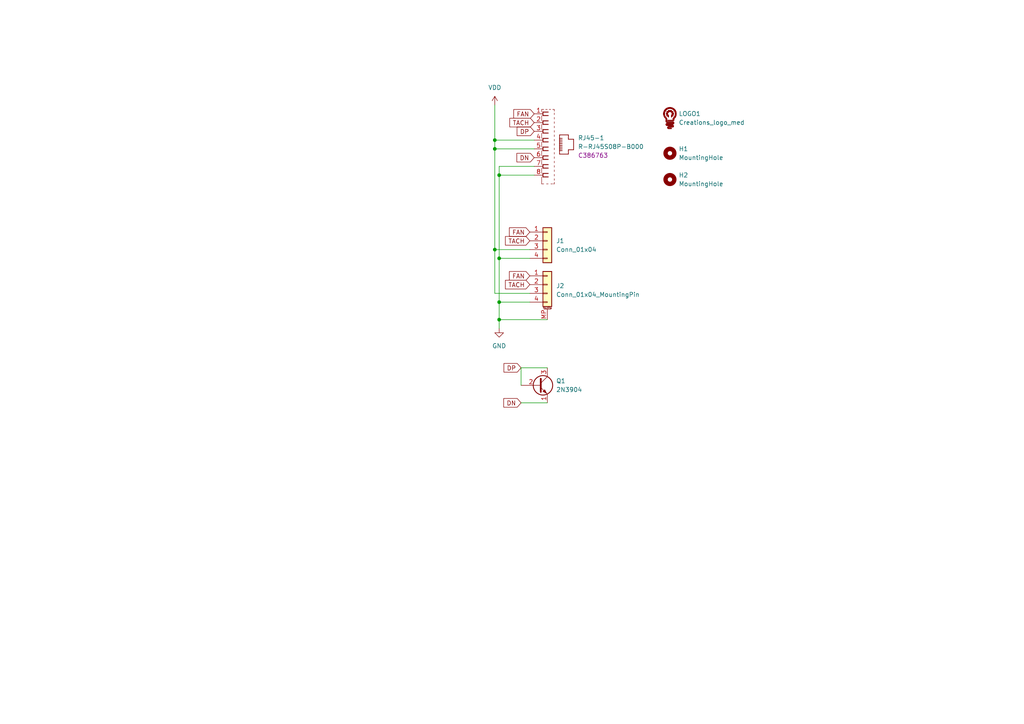
<source format=kicad_sch>
(kicad_sch (version 20211123) (generator eeschema)

  (uuid e63e39d7-6ac0-4ffd-8aa3-1841a4541b55)

  (paper "A4")

  (lib_symbols
    (symbol "Austins creations:R-RJ45S08P-B000" (in_bom yes) (on_board yes)
      (property "Reference" "RJ45-" (id 0) (at 16.51 2.54 0)
        (effects (font (size 1.27 1.27)))
      )
      (property "Value" "R-RJ45S08P-B000" (id 1) (at 16.51 0 0)
        (effects (font (size 1.27 1.27)))
      )
      (property "Footprint" "Austins creations:R-RJ45S08P-B000" (id 2) (at 0 -12.7 0)
        (effects (font (size 1.27 1.27)) hide)
      )
      (property "Datasheet" "" (id 3) (at -22.86 13.97 0)
        (effects (font (size 1.27 1.27)) hide)
      )
      (property "part #" "C386763" (id 4) (at 16.51 -2.54 0)
        (effects (font (size 1.27 1.27)))
      )
      (symbol "R-RJ45S08P-B000_1_0"
        (polyline
          (pts
            (xy -2.921 -11.43)
            (xy -2.286 -11.43)
          )
          (stroke (width 0.127) (type default) (color 0 0 0 0))
          (fill (type none))
        )
        (polyline
          (pts
            (xy -2.921 -9.398)
            (xy -2.921 -11.43)
          )
          (stroke (width 0.127) (type default) (color 0 0 0 0))
          (fill (type none))
        )
        (polyline
          (pts
            (xy -2.921 -6.858)
            (xy -2.921 -8.382)
          )
          (stroke (width 0.127) (type default) (color 0 0 0 0))
          (fill (type none))
        )
        (polyline
          (pts
            (xy -2.921 -4.318)
            (xy -2.921 -5.842)
          )
          (stroke (width 0.127) (type default) (color 0 0 0 0))
          (fill (type none))
        )
        (polyline
          (pts
            (xy -2.921 -1.778)
            (xy -2.921 -3.302)
          )
          (stroke (width 0.127) (type default) (color 0 0 0 0))
          (fill (type none))
        )
        (polyline
          (pts
            (xy -2.921 0.762)
            (xy -2.921 -0.762)
          )
          (stroke (width 0.127) (type default) (color 0 0 0 0))
          (fill (type none))
        )
        (polyline
          (pts
            (xy -2.921 3.302)
            (xy -2.921 1.778)
          )
          (stroke (width 0.127) (type default) (color 0 0 0 0))
          (fill (type none))
        )
        (polyline
          (pts
            (xy -2.921 5.842)
            (xy -2.921 4.318)
          )
          (stroke (width 0.127) (type default) (color 0 0 0 0))
          (fill (type none))
        )
        (polyline
          (pts
            (xy -2.921 8.382)
            (xy -2.921 6.858)
          )
          (stroke (width 0.127) (type default) (color 0 0 0 0))
          (fill (type none))
        )
        (polyline
          (pts
            (xy -2.921 10.16)
            (xy -2.921 9.398)
          )
          (stroke (width 0.127) (type default) (color 0 0 0 0))
          (fill (type none))
        )
        (polyline
          (pts
            (xy -2.54 -9.398)
            (xy -1.016 -9.398)
          )
          (stroke (width 0.254) (type default) (color 0 0 0 0))
          (fill (type none))
        )
        (polyline
          (pts
            (xy -2.54 -8.382)
            (xy -2.54 -9.398)
          )
          (stroke (width 0.254) (type default) (color 0 0 0 0))
          (fill (type none))
        )
        (polyline
          (pts
            (xy -2.54 -6.858)
            (xy -1.016 -6.858)
          )
          (stroke (width 0.254) (type default) (color 0 0 0 0))
          (fill (type none))
        )
        (polyline
          (pts
            (xy -2.54 -5.842)
            (xy -2.54 -6.858)
          )
          (stroke (width 0.254) (type default) (color 0 0 0 0))
          (fill (type none))
        )
        (polyline
          (pts
            (xy -2.54 -4.318)
            (xy -1.016 -4.318)
          )
          (stroke (width 0.254) (type default) (color 0 0 0 0))
          (fill (type none))
        )
        (polyline
          (pts
            (xy -2.54 -3.302)
            (xy -2.54 -4.318)
          )
          (stroke (width 0.254) (type default) (color 0 0 0 0))
          (fill (type none))
        )
        (polyline
          (pts
            (xy -2.54 -1.778)
            (xy -1.016 -1.778)
          )
          (stroke (width 0.254) (type default) (color 0 0 0 0))
          (fill (type none))
        )
        (polyline
          (pts
            (xy -2.54 -0.762)
            (xy -2.54 -1.778)
          )
          (stroke (width 0.254) (type default) (color 0 0 0 0))
          (fill (type none))
        )
        (polyline
          (pts
            (xy -2.54 0.762)
            (xy -1.016 0.762)
          )
          (stroke (width 0.254) (type default) (color 0 0 0 0))
          (fill (type none))
        )
        (polyline
          (pts
            (xy -2.54 1.778)
            (xy -2.54 0.762)
          )
          (stroke (width 0.254) (type default) (color 0 0 0 0))
          (fill (type none))
        )
        (polyline
          (pts
            (xy -2.54 3.302)
            (xy -1.016 3.302)
          )
          (stroke (width 0.254) (type default) (color 0 0 0 0))
          (fill (type none))
        )
        (polyline
          (pts
            (xy -2.54 4.318)
            (xy -2.54 3.302)
          )
          (stroke (width 0.254) (type default) (color 0 0 0 0))
          (fill (type none))
        )
        (polyline
          (pts
            (xy -2.54 5.842)
            (xy -1.016 5.842)
          )
          (stroke (width 0.254) (type default) (color 0 0 0 0))
          (fill (type none))
        )
        (polyline
          (pts
            (xy -2.54 6.858)
            (xy -2.54 5.842)
          )
          (stroke (width 0.254) (type default) (color 0 0 0 0))
          (fill (type none))
        )
        (polyline
          (pts
            (xy -2.54 8.382)
            (xy -1.016 8.382)
          )
          (stroke (width 0.254) (type default) (color 0 0 0 0))
          (fill (type none))
        )
        (polyline
          (pts
            (xy -2.54 9.398)
            (xy -2.54 8.382)
          )
          (stroke (width 0.254) (type default) (color 0 0 0 0))
          (fill (type none))
        )
        (polyline
          (pts
            (xy -2.286 10.16)
            (xy -2.921 10.16)
          )
          (stroke (width 0.127) (type default) (color 0 0 0 0))
          (fill (type none))
        )
        (polyline
          (pts
            (xy -1.524 -11.43)
            (xy -1.016 -11.43)
          )
          (stroke (width 0.127) (type default) (color 0 0 0 0))
          (fill (type none))
        )
        (polyline
          (pts
            (xy -1.27 10.16)
            (xy -1.778 10.16)
          )
          (stroke (width 0.127) (type default) (color 0 0 0 0))
          (fill (type none))
        )
        (polyline
          (pts
            (xy -1.016 -8.382)
            (xy -2.54 -8.382)
          )
          (stroke (width 0.254) (type default) (color 0 0 0 0))
          (fill (type none))
        )
        (polyline
          (pts
            (xy -1.016 -5.842)
            (xy -2.54 -5.842)
          )
          (stroke (width 0.254) (type default) (color 0 0 0 0))
          (fill (type none))
        )
        (polyline
          (pts
            (xy -1.016 -3.302)
            (xy -2.54 -3.302)
          )
          (stroke (width 0.254) (type default) (color 0 0 0 0))
          (fill (type none))
        )
        (polyline
          (pts
            (xy -1.016 -0.762)
            (xy -2.54 -0.762)
          )
          (stroke (width 0.254) (type default) (color 0 0 0 0))
          (fill (type none))
        )
        (polyline
          (pts
            (xy -1.016 1.778)
            (xy -2.54 1.778)
          )
          (stroke (width 0.254) (type default) (color 0 0 0 0))
          (fill (type none))
        )
        (polyline
          (pts
            (xy -1.016 4.318)
            (xy -2.54 4.318)
          )
          (stroke (width 0.254) (type default) (color 0 0 0 0))
          (fill (type none))
        )
        (polyline
          (pts
            (xy -1.016 6.858)
            (xy -2.54 6.858)
          )
          (stroke (width 0.254) (type default) (color 0 0 0 0))
          (fill (type none))
        )
        (polyline
          (pts
            (xy -1.016 9.398)
            (xy -2.54 9.398)
          )
          (stroke (width 0.254) (type default) (color 0 0 0 0))
          (fill (type none))
        )
        (polyline
          (pts
            (xy -0.254 -11.43)
            (xy 0.254 -11.43)
          )
          (stroke (width 0.127) (type default) (color 0 0 0 0))
          (fill (type none))
        )
        (polyline
          (pts
            (xy -0.254 10.16)
            (xy -0.762 10.16)
          )
          (stroke (width 0.127) (type default) (color 0 0 0 0))
          (fill (type none))
        )
        (polyline
          (pts
            (xy 0.508 -11.43)
            (xy 0.762 -11.43)
          )
          (stroke (width 0.127) (type default) (color 0 0 0 0))
          (fill (type none))
        )
        (polyline
          (pts
            (xy 0.762 -11.43)
            (xy 0.762 -10.922)
          )
          (stroke (width 0.127) (type default) (color 0 0 0 0))
          (fill (type none))
        )
        (polyline
          (pts
            (xy 0.762 -10.414)
            (xy 0.762 -9.906)
          )
          (stroke (width 0.127) (type default) (color 0 0 0 0))
          (fill (type none))
        )
        (polyline
          (pts
            (xy 0.762 -9.144)
            (xy 0.762 -8.636)
          )
          (stroke (width 0.127) (type default) (color 0 0 0 0))
          (fill (type none))
        )
        (polyline
          (pts
            (xy 0.762 -7.874)
            (xy 0.762 -7.366)
          )
          (stroke (width 0.127) (type default) (color 0 0 0 0))
          (fill (type none))
        )
        (polyline
          (pts
            (xy 0.762 -6.604)
            (xy 0.762 -6.096)
          )
          (stroke (width 0.127) (type default) (color 0 0 0 0))
          (fill (type none))
        )
        (polyline
          (pts
            (xy 0.762 -5.334)
            (xy 0.762 -4.826)
          )
          (stroke (width 0.127) (type default) (color 0 0 0 0))
          (fill (type none))
        )
        (polyline
          (pts
            (xy 0.762 -4.064)
            (xy 0.762 -3.556)
          )
          (stroke (width 0.127) (type default) (color 0 0 0 0))
          (fill (type none))
        )
        (polyline
          (pts
            (xy 0.762 -2.794)
            (xy 0.762 -2.286)
          )
          (stroke (width 0.127) (type default) (color 0 0 0 0))
          (fill (type none))
        )
        (polyline
          (pts
            (xy 0.762 -1.524)
            (xy 0.762 -1.016)
          )
          (stroke (width 0.127) (type default) (color 0 0 0 0))
          (fill (type none))
        )
        (polyline
          (pts
            (xy 0.762 -0.254)
            (xy 0.762 0.254)
          )
          (stroke (width 0.127) (type default) (color 0 0 0 0))
          (fill (type none))
        )
        (polyline
          (pts
            (xy 0.762 1.016)
            (xy 0.762 1.524)
          )
          (stroke (width 0.127) (type default) (color 0 0 0 0))
          (fill (type none))
        )
        (polyline
          (pts
            (xy 0.762 2.286)
            (xy 0.762 2.794)
          )
          (stroke (width 0.127) (type default) (color 0 0 0 0))
          (fill (type none))
        )
        (polyline
          (pts
            (xy 0.762 3.556)
            (xy 0.762 4.064)
          )
          (stroke (width 0.127) (type default) (color 0 0 0 0))
          (fill (type none))
        )
        (polyline
          (pts
            (xy 0.762 4.826)
            (xy 0.762 5.334)
          )
          (stroke (width 0.127) (type default) (color 0 0 0 0))
          (fill (type none))
        )
        (polyline
          (pts
            (xy 0.762 6.096)
            (xy 0.762 6.604)
          )
          (stroke (width 0.127) (type default) (color 0 0 0 0))
          (fill (type none))
        )
        (polyline
          (pts
            (xy 0.762 7.366)
            (xy 0.762 7.874)
          )
          (stroke (width 0.127) (type default) (color 0 0 0 0))
          (fill (type none))
        )
        (polyline
          (pts
            (xy 0.762 8.636)
            (xy 0.762 9.144)
          )
          (stroke (width 0.127) (type default) (color 0 0 0 0))
          (fill (type none))
        )
        (polyline
          (pts
            (xy 0.762 9.652)
            (xy 0.762 10.16)
          )
          (stroke (width 0.127) (type default) (color 0 0 0 0))
          (fill (type none))
        )
        (polyline
          (pts
            (xy 0.762 10.16)
            (xy 0.254 10.16)
          )
          (stroke (width 0.127) (type default) (color 0 0 0 0))
          (fill (type none))
        )
        (polyline
          (pts
            (xy 2.286 -2.794)
            (xy 4.826 -2.794)
          )
          (stroke (width 0.1998) (type default) (color 0 0 0 0))
          (fill (type none))
        )
        (polyline
          (pts
            (xy 2.286 -1.778)
            (xy 2.286 -2.794)
          )
          (stroke (width 0.1998) (type default) (color 0 0 0 0))
          (fill (type none))
        )
        (polyline
          (pts
            (xy 2.286 -1.778)
            (xy 3.048 -1.778)
          )
          (stroke (width 0.1998) (type default) (color 0 0 0 0))
          (fill (type none))
        )
        (polyline
          (pts
            (xy 2.286 -1.27)
            (xy 2.286 -1.778)
          )
          (stroke (width 0.1998) (type default) (color 0 0 0 0))
          (fill (type none))
        )
        (polyline
          (pts
            (xy 2.286 -1.27)
            (xy 3.048 -1.27)
          )
          (stroke (width 0.1998) (type default) (color 0 0 0 0))
          (fill (type none))
        )
        (polyline
          (pts
            (xy 2.286 -0.762)
            (xy 2.286 -1.27)
          )
          (stroke (width 0.1998) (type default) (color 0 0 0 0))
          (fill (type none))
        )
        (polyline
          (pts
            (xy 2.286 -0.762)
            (xy 3.048 -0.762)
          )
          (stroke (width 0.1998) (type default) (color 0 0 0 0))
          (fill (type none))
        )
        (polyline
          (pts
            (xy 2.286 -0.254)
            (xy 2.286 -0.762)
          )
          (stroke (width 0.1998) (type default) (color 0 0 0 0))
          (fill (type none))
        )
        (polyline
          (pts
            (xy 2.286 -0.254)
            (xy 3.048 -0.254)
          )
          (stroke (width 0.1998) (type default) (color 0 0 0 0))
          (fill (type none))
        )
        (polyline
          (pts
            (xy 2.286 0.254)
            (xy 2.286 -0.254)
          )
          (stroke (width 0.1998) (type default) (color 0 0 0 0))
          (fill (type none))
        )
        (polyline
          (pts
            (xy 2.286 0.254)
            (xy 3.048 0.254)
          )
          (stroke (width 0.1998) (type default) (color 0 0 0 0))
          (fill (type none))
        )
        (polyline
          (pts
            (xy 2.286 0.762)
            (xy 2.286 0.254)
          )
          (stroke (width 0.1998) (type default) (color 0 0 0 0))
          (fill (type none))
        )
        (polyline
          (pts
            (xy 2.286 0.762)
            (xy 3.048 0.762)
          )
          (stroke (width 0.1998) (type default) (color 0 0 0 0))
          (fill (type none))
        )
        (polyline
          (pts
            (xy 2.286 1.27)
            (xy 2.286 0.762)
          )
          (stroke (width 0.1998) (type default) (color 0 0 0 0))
          (fill (type none))
        )
        (polyline
          (pts
            (xy 2.286 1.27)
            (xy 3.048 1.27)
          )
          (stroke (width 0.1998) (type default) (color 0 0 0 0))
          (fill (type none))
        )
        (polyline
          (pts
            (xy 2.286 1.778)
            (xy 2.286 1.27)
          )
          (stroke (width 0.1998) (type default) (color 0 0 0 0))
          (fill (type none))
        )
        (polyline
          (pts
            (xy 2.286 1.778)
            (xy 3.048 1.778)
          )
          (stroke (width 0.1998) (type default) (color 0 0 0 0))
          (fill (type none))
        )
        (polyline
          (pts
            (xy 2.286 2.794)
            (xy 2.286 1.778)
          )
          (stroke (width 0.1998) (type default) (color 0 0 0 0))
          (fill (type none))
        )
        (polyline
          (pts
            (xy 4.826 -2.794)
            (xy 4.826 -1.524)
          )
          (stroke (width 0.1998) (type default) (color 0 0 0 0))
          (fill (type none))
        )
        (polyline
          (pts
            (xy 4.826 -1.524)
            (xy 6.35 -1.524)
          )
          (stroke (width 0.1998) (type default) (color 0 0 0 0))
          (fill (type none))
        )
        (polyline
          (pts
            (xy 4.826 1.524)
            (xy 4.826 2.794)
          )
          (stroke (width 0.1998) (type default) (color 0 0 0 0))
          (fill (type none))
        )
        (polyline
          (pts
            (xy 4.826 2.794)
            (xy 2.286 2.794)
          )
          (stroke (width 0.1998) (type default) (color 0 0 0 0))
          (fill (type none))
        )
        (polyline
          (pts
            (xy 6.35 -1.524)
            (xy 6.35 1.524)
          )
          (stroke (width 0.1998) (type default) (color 0 0 0 0))
          (fill (type none))
        )
        (polyline
          (pts
            (xy 6.35 1.524)
            (xy 4.826 1.524)
          )
          (stroke (width 0.1998) (type default) (color 0 0 0 0))
          (fill (type none))
        )
        (pin passive line (at -5.08 8.89 0) (length 2.54)
          (name "1" (effects (font (size 0 0))))
          (number "1" (effects (font (size 1.27 1.27))))
        )
        (pin passive line (at -5.08 6.35 0) (length 2.54)
          (name "2" (effects (font (size 0 0))))
          (number "2" (effects (font (size 1.27 1.27))))
        )
        (pin passive line (at -5.08 3.81 0) (length 2.54)
          (name "3" (effects (font (size 0 0))))
          (number "3" (effects (font (size 1.27 1.27))))
        )
        (pin passive line (at -5.08 1.27 0) (length 2.54)
          (name "4" (effects (font (size 0 0))))
          (number "4" (effects (font (size 1.27 1.27))))
        )
        (pin passive line (at -5.08 -1.27 0) (length 2.54)
          (name "5" (effects (font (size 0 0))))
          (number "5" (effects (font (size 1.27 1.27))))
        )
        (pin passive line (at -5.08 -3.81 0) (length 2.54)
          (name "6" (effects (font (size 0 0))))
          (number "6" (effects (font (size 1.27 1.27))))
        )
        (pin passive line (at -5.08 -6.35 0) (length 2.54)
          (name "7" (effects (font (size 0 0))))
          (number "7" (effects (font (size 1.27 1.27))))
        )
        (pin passive line (at -5.08 -8.89 0) (length 2.54)
          (name "8" (effects (font (size 0 0))))
          (number "8" (effects (font (size 1.27 1.27))))
        )
      )
    )
    (symbol "Connector_Generic:Conn_01x04" (pin_names (offset 1.016) hide) (in_bom yes) (on_board yes)
      (property "Reference" "J" (id 0) (at 0 5.08 0)
        (effects (font (size 1.27 1.27)))
      )
      (property "Value" "Conn_01x04" (id 1) (at 0 -7.62 0)
        (effects (font (size 1.27 1.27)))
      )
      (property "Footprint" "" (id 2) (at 0 0 0)
        (effects (font (size 1.27 1.27)) hide)
      )
      (property "Datasheet" "~" (id 3) (at 0 0 0)
        (effects (font (size 1.27 1.27)) hide)
      )
      (property "ki_keywords" "connector" (id 4) (at 0 0 0)
        (effects (font (size 1.27 1.27)) hide)
      )
      (property "ki_description" "Generic connector, single row, 01x04, script generated (kicad-library-utils/schlib/autogen/connector/)" (id 5) (at 0 0 0)
        (effects (font (size 1.27 1.27)) hide)
      )
      (property "ki_fp_filters" "Connector*:*_1x??_*" (id 6) (at 0 0 0)
        (effects (font (size 1.27 1.27)) hide)
      )
      (symbol "Conn_01x04_1_1"
        (rectangle (start -1.27 -4.953) (end 0 -5.207)
          (stroke (width 0.1524) (type default) (color 0 0 0 0))
          (fill (type none))
        )
        (rectangle (start -1.27 -2.413) (end 0 -2.667)
          (stroke (width 0.1524) (type default) (color 0 0 0 0))
          (fill (type none))
        )
        (rectangle (start -1.27 0.127) (end 0 -0.127)
          (stroke (width 0.1524) (type default) (color 0 0 0 0))
          (fill (type none))
        )
        (rectangle (start -1.27 2.667) (end 0 2.413)
          (stroke (width 0.1524) (type default) (color 0 0 0 0))
          (fill (type none))
        )
        (rectangle (start -1.27 3.81) (end 1.27 -6.35)
          (stroke (width 0.254) (type default) (color 0 0 0 0))
          (fill (type background))
        )
        (pin passive line (at -5.08 2.54 0) (length 3.81)
          (name "Pin_1" (effects (font (size 1.27 1.27))))
          (number "1" (effects (font (size 1.27 1.27))))
        )
        (pin passive line (at -5.08 0 0) (length 3.81)
          (name "Pin_2" (effects (font (size 1.27 1.27))))
          (number "2" (effects (font (size 1.27 1.27))))
        )
        (pin passive line (at -5.08 -2.54 0) (length 3.81)
          (name "Pin_3" (effects (font (size 1.27 1.27))))
          (number "3" (effects (font (size 1.27 1.27))))
        )
        (pin passive line (at -5.08 -5.08 0) (length 3.81)
          (name "Pin_4" (effects (font (size 1.27 1.27))))
          (number "4" (effects (font (size 1.27 1.27))))
        )
      )
    )
    (symbol "Connector_Generic_MountingPin:Conn_01x04_MountingPin" (pin_names (offset 1.016) hide) (in_bom yes) (on_board yes)
      (property "Reference" "J" (id 0) (at 0 5.08 0)
        (effects (font (size 1.27 1.27)))
      )
      (property "Value" "Conn_01x04_MountingPin" (id 1) (at 1.27 -7.62 0)
        (effects (font (size 1.27 1.27)) (justify left))
      )
      (property "Footprint" "" (id 2) (at 0 0 0)
        (effects (font (size 1.27 1.27)) hide)
      )
      (property "Datasheet" "~" (id 3) (at 0 0 0)
        (effects (font (size 1.27 1.27)) hide)
      )
      (property "ki_keywords" "connector" (id 4) (at 0 0 0)
        (effects (font (size 1.27 1.27)) hide)
      )
      (property "ki_description" "Generic connectable mounting pin connector, single row, 01x04, script generated (kicad-library-utils/schlib/autogen/connector/)" (id 5) (at 0 0 0)
        (effects (font (size 1.27 1.27)) hide)
      )
      (property "ki_fp_filters" "Connector*:*_1x??-1MP*" (id 6) (at 0 0 0)
        (effects (font (size 1.27 1.27)) hide)
      )
      (symbol "Conn_01x04_MountingPin_1_1"
        (rectangle (start -1.27 -4.953) (end 0 -5.207)
          (stroke (width 0.1524) (type default) (color 0 0 0 0))
          (fill (type none))
        )
        (rectangle (start -1.27 -2.413) (end 0 -2.667)
          (stroke (width 0.1524) (type default) (color 0 0 0 0))
          (fill (type none))
        )
        (rectangle (start -1.27 0.127) (end 0 -0.127)
          (stroke (width 0.1524) (type default) (color 0 0 0 0))
          (fill (type none))
        )
        (rectangle (start -1.27 2.667) (end 0 2.413)
          (stroke (width 0.1524) (type default) (color 0 0 0 0))
          (fill (type none))
        )
        (rectangle (start -1.27 3.81) (end 1.27 -6.35)
          (stroke (width 0.254) (type default) (color 0 0 0 0))
          (fill (type background))
        )
        (polyline
          (pts
            (xy -1.016 -7.112)
            (xy 1.016 -7.112)
          )
          (stroke (width 0.1524) (type default) (color 0 0 0 0))
          (fill (type none))
        )
        (text "Mounting" (at 0 -6.731 0)
          (effects (font (size 0.381 0.381)))
        )
        (pin passive line (at -5.08 2.54 0) (length 3.81)
          (name "Pin_1" (effects (font (size 1.27 1.27))))
          (number "1" (effects (font (size 1.27 1.27))))
        )
        (pin passive line (at -5.08 0 0) (length 3.81)
          (name "Pin_2" (effects (font (size 1.27 1.27))))
          (number "2" (effects (font (size 1.27 1.27))))
        )
        (pin passive line (at -5.08 -2.54 0) (length 3.81)
          (name "Pin_3" (effects (font (size 1.27 1.27))))
          (number "3" (effects (font (size 1.27 1.27))))
        )
        (pin passive line (at -5.08 -5.08 0) (length 3.81)
          (name "Pin_4" (effects (font (size 1.27 1.27))))
          (number "4" (effects (font (size 1.27 1.27))))
        )
        (pin passive line (at 0 -10.16 90) (length 3.048)
          (name "MountPin" (effects (font (size 1.27 1.27))))
          (number "MP" (effects (font (size 1.27 1.27))))
        )
      )
    )
    (symbol "Mechanical:MountingHole" (pin_names (offset 1.016)) (in_bom yes) (on_board yes)
      (property "Reference" "H" (id 0) (at 0 5.08 0)
        (effects (font (size 1.27 1.27)))
      )
      (property "Value" "MountingHole" (id 1) (at 0 3.175 0)
        (effects (font (size 1.27 1.27)))
      )
      (property "Footprint" "" (id 2) (at 0 0 0)
        (effects (font (size 1.27 1.27)) hide)
      )
      (property "Datasheet" "~" (id 3) (at 0 0 0)
        (effects (font (size 1.27 1.27)) hide)
      )
      (property "ki_keywords" "mounting hole" (id 4) (at 0 0 0)
        (effects (font (size 1.27 1.27)) hide)
      )
      (property "ki_description" "Mounting Hole without connection" (id 5) (at 0 0 0)
        (effects (font (size 1.27 1.27)) hide)
      )
      (property "ki_fp_filters" "MountingHole*" (id 6) (at 0 0 0)
        (effects (font (size 1.27 1.27)) hide)
      )
      (symbol "MountingHole_0_1"
        (circle (center 0 0) (radius 1.27)
          (stroke (width 1.27) (type default) (color 0 0 0 0))
          (fill (type none))
        )
      )
    )
    (symbol "Transistor_BJT:2N3904" (pin_names (offset 0) hide) (in_bom yes) (on_board yes)
      (property "Reference" "Q" (id 0) (at 5.08 1.905 0)
        (effects (font (size 1.27 1.27)) (justify left))
      )
      (property "Value" "2N3904" (id 1) (at 5.08 0 0)
        (effects (font (size 1.27 1.27)) (justify left))
      )
      (property "Footprint" "Package_TO_SOT_THT:TO-92_Inline" (id 2) (at 5.08 -1.905 0)
        (effects (font (size 1.27 1.27) italic) (justify left) hide)
      )
      (property "Datasheet" "https://www.onsemi.com/pub/Collateral/2N3903-D.PDF" (id 3) (at 0 0 0)
        (effects (font (size 1.27 1.27)) (justify left) hide)
      )
      (property "ki_keywords" "NPN Transistor" (id 4) (at 0 0 0)
        (effects (font (size 1.27 1.27)) hide)
      )
      (property "ki_description" "0.2A Ic, 40V Vce, Small Signal NPN Transistor, TO-92" (id 5) (at 0 0 0)
        (effects (font (size 1.27 1.27)) hide)
      )
      (property "ki_fp_filters" "TO?92*" (id 6) (at 0 0 0)
        (effects (font (size 1.27 1.27)) hide)
      )
      (symbol "2N3904_0_1"
        (polyline
          (pts
            (xy 0.635 0.635)
            (xy 2.54 2.54)
          )
          (stroke (width 0) (type default) (color 0 0 0 0))
          (fill (type none))
        )
        (polyline
          (pts
            (xy 0.635 -0.635)
            (xy 2.54 -2.54)
            (xy 2.54 -2.54)
          )
          (stroke (width 0) (type default) (color 0 0 0 0))
          (fill (type none))
        )
        (polyline
          (pts
            (xy 0.635 1.905)
            (xy 0.635 -1.905)
            (xy 0.635 -1.905)
          )
          (stroke (width 0.508) (type default) (color 0 0 0 0))
          (fill (type none))
        )
        (polyline
          (pts
            (xy 1.27 -1.778)
            (xy 1.778 -1.27)
            (xy 2.286 -2.286)
            (xy 1.27 -1.778)
            (xy 1.27 -1.778)
          )
          (stroke (width 0) (type default) (color 0 0 0 0))
          (fill (type outline))
        )
        (circle (center 1.27 0) (radius 2.8194)
          (stroke (width 0.254) (type default) (color 0 0 0 0))
          (fill (type none))
        )
      )
      (symbol "2N3904_1_1"
        (pin passive line (at 2.54 -5.08 90) (length 2.54)
          (name "E" (effects (font (size 1.27 1.27))))
          (number "1" (effects (font (size 1.27 1.27))))
        )
        (pin passive line (at -5.08 0 0) (length 5.715)
          (name "B" (effects (font (size 1.27 1.27))))
          (number "2" (effects (font (size 1.27 1.27))))
        )
        (pin passive line (at 2.54 5.08 270) (length 2.54)
          (name "C" (effects (font (size 1.27 1.27))))
          (number "3" (effects (font (size 1.27 1.27))))
        )
      )
    )
    (symbol "logos:Creations_logo_med" (in_bom yes) (on_board yes)
      (property "Reference" "LOGO" (id 0) (at 0 6.35 0)
        (effects (font (size 1.27 1.27)))
      )
      (property "Value" "Creations_logo_med" (id 1) (at 0 3.81 0)
        (effects (font (size 1.27 1.27)))
      )
      (property "Footprint" "logos:Creations logo med" (id 2) (at 0 8.89 0)
        (effects (font (size 1.27 1.27)) hide)
      )
      (property "Datasheet" "" (id 3) (at 0 10.16 0)
        (effects (font (size 1.27 1.27)) hide)
      )
      (symbol "Creations_logo_med_1_0"
        (rectangle (start -1.8415 -0.254) (end -1.5367 -0.2286)
          (stroke (width 0) (type default) (color 0 0 0 0))
          (fill (type outline))
        )
        (rectangle (start -1.8415 -0.2286) (end -1.5367 -0.2032)
          (stroke (width 0) (type default) (color 0 0 0 0))
          (fill (type outline))
        )
        (rectangle (start -1.8415 -0.2032) (end -1.5367 -0.1778)
          (stroke (width 0) (type default) (color 0 0 0 0))
          (fill (type outline))
        )
        (rectangle (start -1.8415 -0.1778) (end -1.5367 -0.1524)
          (stroke (width 0) (type default) (color 0 0 0 0))
          (fill (type outline))
        )
        (rectangle (start -1.8415 -0.1524) (end -1.5367 -0.127)
          (stroke (width 0) (type default) (color 0 0 0 0))
          (fill (type outline))
        )
        (rectangle (start -1.8415 -0.127) (end -1.5367 -0.1016)
          (stroke (width 0) (type default) (color 0 0 0 0))
          (fill (type outline))
        )
        (rectangle (start -1.8415 -0.1016) (end -1.5367 -0.0762)
          (stroke (width 0) (type default) (color 0 0 0 0))
          (fill (type outline))
        )
        (rectangle (start -1.8415 -0.0762) (end -1.5367 -0.0508)
          (stroke (width 0) (type default) (color 0 0 0 0))
          (fill (type outline))
        )
        (rectangle (start -1.8415 -0.0508) (end -1.5367 -0.0254)
          (stroke (width 0) (type default) (color 0 0 0 0))
          (fill (type outline))
        )
        (rectangle (start -1.8415 -0.0254) (end -1.5367 0)
          (stroke (width 0) (type default) (color 0 0 0 0))
          (fill (type outline))
        )
        (rectangle (start -1.8415 0) (end -1.5367 0.0254)
          (stroke (width 0) (type default) (color 0 0 0 0))
          (fill (type outline))
        )
        (rectangle (start -1.8415 0.0254) (end -1.5367 0.0508)
          (stroke (width 0) (type default) (color 0 0 0 0))
          (fill (type outline))
        )
        (rectangle (start -1.8415 0.0508) (end -1.5367 0.0762)
          (stroke (width 0) (type default) (color 0 0 0 0))
          (fill (type outline))
        )
        (rectangle (start -1.8415 0.0762) (end -1.5367 0.1016)
          (stroke (width 0) (type default) (color 0 0 0 0))
          (fill (type outline))
        )
        (rectangle (start -1.8415 0.1016) (end -1.5367 0.127)
          (stroke (width 0) (type default) (color 0 0 0 0))
          (fill (type outline))
        )
        (rectangle (start -1.8415 0.127) (end -1.5367 0.1524)
          (stroke (width 0) (type default) (color 0 0 0 0))
          (fill (type outline))
        )
        (rectangle (start -1.8415 0.1524) (end -1.5367 0.1778)
          (stroke (width 0) (type default) (color 0 0 0 0))
          (fill (type outline))
        )
        (rectangle (start -1.8415 0.1778) (end -1.5367 0.2032)
          (stroke (width 0) (type default) (color 0 0 0 0))
          (fill (type outline))
        )
        (rectangle (start -1.8415 0.2032) (end -1.5367 0.2286)
          (stroke (width 0) (type default) (color 0 0 0 0))
          (fill (type outline))
        )
        (rectangle (start -1.8415 0.2286) (end -1.5367 0.254)
          (stroke (width 0) (type default) (color 0 0 0 0))
          (fill (type outline))
        )
        (rectangle (start -1.8415 0.254) (end -1.5113 0.2794)
          (stroke (width 0) (type default) (color 0 0 0 0))
          (fill (type outline))
        )
        (rectangle (start -1.8415 0.2794) (end -1.5113 0.3048)
          (stroke (width 0) (type default) (color 0 0 0 0))
          (fill (type outline))
        )
        (rectangle (start -1.8161 -0.4064) (end -1.5113 -0.381)
          (stroke (width 0) (type default) (color 0 0 0 0))
          (fill (type outline))
        )
        (rectangle (start -1.8161 -0.381) (end -1.5113 -0.3556)
          (stroke (width 0) (type default) (color 0 0 0 0))
          (fill (type outline))
        )
        (rectangle (start -1.8161 -0.3556) (end -1.5113 -0.3302)
          (stroke (width 0) (type default) (color 0 0 0 0))
          (fill (type outline))
        )
        (rectangle (start -1.8161 -0.3302) (end -1.5113 -0.3048)
          (stroke (width 0) (type default) (color 0 0 0 0))
          (fill (type outline))
        )
        (rectangle (start -1.8161 -0.3048) (end -1.5367 -0.2794)
          (stroke (width 0) (type default) (color 0 0 0 0))
          (fill (type outline))
        )
        (rectangle (start -1.8161 -0.2794) (end -1.5367 -0.254)
          (stroke (width 0) (type default) (color 0 0 0 0))
          (fill (type outline))
        )
        (rectangle (start -1.8161 0.3048) (end -1.5113 0.3302)
          (stroke (width 0) (type default) (color 0 0 0 0))
          (fill (type outline))
        )
        (rectangle (start -1.8161 0.3302) (end -1.5113 0.3556)
          (stroke (width 0) (type default) (color 0 0 0 0))
          (fill (type outline))
        )
        (rectangle (start -1.8161 0.3556) (end -1.5113 0.381)
          (stroke (width 0) (type default) (color 0 0 0 0))
          (fill (type outline))
        )
        (rectangle (start -1.8161 0.381) (end -1.4859 0.4064)
          (stroke (width 0) (type default) (color 0 0 0 0))
          (fill (type outline))
        )
        (rectangle (start -1.8161 0.4064) (end -1.4859 0.4318)
          (stroke (width 0) (type default) (color 0 0 0 0))
          (fill (type outline))
        )
        (rectangle (start -1.7907 -0.4826) (end -1.4859 -0.4572)
          (stroke (width 0) (type default) (color 0 0 0 0))
          (fill (type outline))
        )
        (rectangle (start -1.7907 -0.4572) (end -1.4859 -0.4318)
          (stroke (width 0) (type default) (color 0 0 0 0))
          (fill (type outline))
        )
        (rectangle (start -1.7907 -0.4318) (end -1.4859 -0.4064)
          (stroke (width 0) (type default) (color 0 0 0 0))
          (fill (type outline))
        )
        (rectangle (start -1.7907 0.4318) (end -1.4859 0.4572)
          (stroke (width 0) (type default) (color 0 0 0 0))
          (fill (type outline))
        )
        (rectangle (start -1.7907 0.4572) (end -1.4859 0.4826)
          (stroke (width 0) (type default) (color 0 0 0 0))
          (fill (type outline))
        )
        (rectangle (start -1.7907 0.4826) (end -1.4605 0.508)
          (stroke (width 0) (type default) (color 0 0 0 0))
          (fill (type outline))
        )
        (rectangle (start -1.7907 0.508) (end -1.4605 0.5334)
          (stroke (width 0) (type default) (color 0 0 0 0))
          (fill (type outline))
        )
        (rectangle (start -1.7653 -0.5588) (end -1.4605 -0.5334)
          (stroke (width 0) (type default) (color 0 0 0 0))
          (fill (type outline))
        )
        (rectangle (start -1.7653 -0.5334) (end -1.4605 -0.508)
          (stroke (width 0) (type default) (color 0 0 0 0))
          (fill (type outline))
        )
        (rectangle (start -1.7653 -0.508) (end -1.4859 -0.4826)
          (stroke (width 0) (type default) (color 0 0 0 0))
          (fill (type outline))
        )
        (rectangle (start -1.7653 0.5334) (end -1.4351 0.5588)
          (stroke (width 0) (type default) (color 0 0 0 0))
          (fill (type outline))
        )
        (rectangle (start -1.7653 0.5588) (end -1.4351 0.5842)
          (stroke (width 0) (type default) (color 0 0 0 0))
          (fill (type outline))
        )
        (rectangle (start -1.7653 0.5842) (end -1.4351 0.6096)
          (stroke (width 0) (type default) (color 0 0 0 0))
          (fill (type outline))
        )
        (rectangle (start -1.7399 -0.635) (end -1.4351 -0.6096)
          (stroke (width 0) (type default) (color 0 0 0 0))
          (fill (type outline))
        )
        (rectangle (start -1.7399 -0.6096) (end -1.4351 -0.5842)
          (stroke (width 0) (type default) (color 0 0 0 0))
          (fill (type outline))
        )
        (rectangle (start -1.7399 -0.5842) (end -1.4351 -0.5588)
          (stroke (width 0) (type default) (color 0 0 0 0))
          (fill (type outline))
        )
        (rectangle (start -1.7399 0.6096) (end -1.4097 0.635)
          (stroke (width 0) (type default) (color 0 0 0 0))
          (fill (type outline))
        )
        (rectangle (start -1.7399 0.635) (end -1.4097 0.6604)
          (stroke (width 0) (type default) (color 0 0 0 0))
          (fill (type outline))
        )
        (rectangle (start -1.7399 0.6604) (end -1.3843 0.6858)
          (stroke (width 0) (type default) (color 0 0 0 0))
          (fill (type outline))
        )
        (rectangle (start -1.7145 -0.7112) (end -1.3843 -0.6858)
          (stroke (width 0) (type default) (color 0 0 0 0))
          (fill (type outline))
        )
        (rectangle (start -1.7145 -0.6858) (end -1.4097 -0.6604)
          (stroke (width 0) (type default) (color 0 0 0 0))
          (fill (type outline))
        )
        (rectangle (start -1.7145 -0.6604) (end -1.4097 -0.635)
          (stroke (width 0) (type default) (color 0 0 0 0))
          (fill (type outline))
        )
        (rectangle (start -1.7145 0.6858) (end -1.3843 0.7112)
          (stroke (width 0) (type default) (color 0 0 0 0))
          (fill (type outline))
        )
        (rectangle (start -1.7145 0.7112) (end -1.3589 0.7366)
          (stroke (width 0) (type default) (color 0 0 0 0))
          (fill (type outline))
        )
        (rectangle (start -1.7145 0.7366) (end -1.3589 0.762)
          (stroke (width 0) (type default) (color 0 0 0 0))
          (fill (type outline))
        )
        (rectangle (start -1.6891 -0.762) (end -1.3589 -0.7366)
          (stroke (width 0) (type default) (color 0 0 0 0))
          (fill (type outline))
        )
        (rectangle (start -1.6891 -0.7366) (end -1.3843 -0.7112)
          (stroke (width 0) (type default) (color 0 0 0 0))
          (fill (type outline))
        )
        (rectangle (start -1.6891 0.762) (end -1.3335 0.7874)
          (stroke (width 0) (type default) (color 0 0 0 0))
          (fill (type outline))
        )
        (rectangle (start -1.6891 0.7874) (end -1.3335 0.8128)
          (stroke (width 0) (type default) (color 0 0 0 0))
          (fill (type outline))
        )
        (rectangle (start -1.6637 -0.8128) (end -1.3335 -0.7874)
          (stroke (width 0) (type default) (color 0 0 0 0))
          (fill (type outline))
        )
        (rectangle (start -1.6637 -0.7874) (end -1.3589 -0.762)
          (stroke (width 0) (type default) (color 0 0 0 0))
          (fill (type outline))
        )
        (rectangle (start -1.6637 0.8128) (end -1.3081 0.8382)
          (stroke (width 0) (type default) (color 0 0 0 0))
          (fill (type outline))
        )
        (rectangle (start -1.6637 0.8382) (end -1.2827 0.8636)
          (stroke (width 0) (type default) (color 0 0 0 0))
          (fill (type outline))
        )
        (rectangle (start -1.6383 -0.8636) (end -1.3081 -0.8382)
          (stroke (width 0) (type default) (color 0 0 0 0))
          (fill (type outline))
        )
        (rectangle (start -1.6383 -0.8382) (end -1.3335 -0.8128)
          (stroke (width 0) (type default) (color 0 0 0 0))
          (fill (type outline))
        )
        (rectangle (start -1.6383 0.8636) (end -1.2827 0.889)
          (stroke (width 0) (type default) (color 0 0 0 0))
          (fill (type outline))
        )
        (rectangle (start -1.6383 0.889) (end -1.2573 0.9144)
          (stroke (width 0) (type default) (color 0 0 0 0))
          (fill (type outline))
        )
        (rectangle (start -1.6129 -0.9144) (end -1.2827 -0.889)
          (stroke (width 0) (type default) (color 0 0 0 0))
          (fill (type outline))
        )
        (rectangle (start -1.6129 -0.889) (end -1.2827 -0.8636)
          (stroke (width 0) (type default) (color 0 0 0 0))
          (fill (type outline))
        )
        (rectangle (start -1.6129 0.9144) (end -1.2319 0.9398)
          (stroke (width 0) (type default) (color 0 0 0 0))
          (fill (type outline))
        )
        (rectangle (start -1.5875 -0.9398) (end -1.2573 -0.9144)
          (stroke (width 0) (type default) (color 0 0 0 0))
          (fill (type outline))
        )
        (rectangle (start -1.5875 0.9398) (end -1.2319 0.9652)
          (stroke (width 0) (type default) (color 0 0 0 0))
          (fill (type outline))
        )
        (rectangle (start -1.5875 0.9652) (end -1.1811 0.9906)
          (stroke (width 0) (type default) (color 0 0 0 0))
          (fill (type outline))
        )
        (rectangle (start -1.5621 -0.9906) (end -1.2319 -0.9652)
          (stroke (width 0) (type default) (color 0 0 0 0))
          (fill (type outline))
        )
        (rectangle (start -1.5621 -0.9652) (end -1.2319 -0.9398)
          (stroke (width 0) (type default) (color 0 0 0 0))
          (fill (type outline))
        )
        (rectangle (start -1.5621 0.9906) (end -1.1811 1.016)
          (stroke (width 0) (type default) (color 0 0 0 0))
          (fill (type outline))
        )
        (rectangle (start -1.5621 1.016) (end -1.1557 1.0414)
          (stroke (width 0) (type default) (color 0 0 0 0))
          (fill (type outline))
        )
        (rectangle (start -1.5367 -1.016) (end -1.2065 -0.9906)
          (stroke (width 0) (type default) (color 0 0 0 0))
          (fill (type outline))
        )
        (rectangle (start -1.5367 1.0414) (end -1.1303 1.0668)
          (stroke (width 0) (type default) (color 0 0 0 0))
          (fill (type outline))
        )
        (rectangle (start -1.5113 -1.0668) (end -1.1557 -1.0414)
          (stroke (width 0) (type default) (color 0 0 0 0))
          (fill (type outline))
        )
        (rectangle (start -1.5113 -1.0414) (end -1.1811 -1.016)
          (stroke (width 0) (type default) (color 0 0 0 0))
          (fill (type outline))
        )
        (rectangle (start -1.5113 1.0668) (end -1.1049 1.0922)
          (stroke (width 0) (type default) (color 0 0 0 0))
          (fill (type outline))
        )
        (rectangle (start -1.4859 -1.0922) (end -1.1303 -1.0668)
          (stroke (width 0) (type default) (color 0 0 0 0))
          (fill (type outline))
        )
        (rectangle (start -1.4859 1.0922) (end -1.0795 1.1176)
          (stroke (width 0) (type default) (color 0 0 0 0))
          (fill (type outline))
        )
        (rectangle (start -1.4859 1.1176) (end -1.0541 1.143)
          (stroke (width 0) (type default) (color 0 0 0 0))
          (fill (type outline))
        )
        (rectangle (start -1.4605 -1.1176) (end -1.1049 -1.0922)
          (stroke (width 0) (type default) (color 0 0 0 0))
          (fill (type outline))
        )
        (rectangle (start -1.4605 1.143) (end -1.0033 1.1684)
          (stroke (width 0) (type default) (color 0 0 0 0))
          (fill (type outline))
        )
        (rectangle (start -1.4605 1.1684) (end -1.0033 1.1938)
          (stroke (width 0) (type default) (color 0 0 0 0))
          (fill (type outline))
        )
        (rectangle (start -1.4351 -1.1684) (end -1.0541 -1.143)
          (stroke (width 0) (type default) (color 0 0 0 0))
          (fill (type outline))
        )
        (rectangle (start -1.4351 -1.143) (end -1.0795 -1.1176)
          (stroke (width 0) (type default) (color 0 0 0 0))
          (fill (type outline))
        )
        (rectangle (start -1.4097 -1.1938) (end -1.0287 -1.1684)
          (stroke (width 0) (type default) (color 0 0 0 0))
          (fill (type outline))
        )
        (rectangle (start -1.4097 1.1938) (end -0.9779 1.2192)
          (stroke (width 0) (type default) (color 0 0 0 0))
          (fill (type outline))
        )
        (rectangle (start -1.4097 1.2192) (end -0.9525 1.2446)
          (stroke (width 0) (type default) (color 0 0 0 0))
          (fill (type outline))
        )
        (rectangle (start -1.3843 -1.2192) (end -1.0033 -1.1938)
          (stroke (width 0) (type default) (color 0 0 0 0))
          (fill (type outline))
        )
        (rectangle (start -1.3843 1.2446) (end -0.9017 1.27)
          (stroke (width 0) (type default) (color 0 0 0 0))
          (fill (type outline))
        )
        (rectangle (start -1.3589 -1.2446) (end -0.9779 -1.2192)
          (stroke (width 0) (type default) (color 0 0 0 0))
          (fill (type outline))
        )
        (rectangle (start -1.3589 1.27) (end -0.8763 1.2954)
          (stroke (width 0) (type default) (color 0 0 0 0))
          (fill (type outline))
        )
        (rectangle (start -1.3335 -1.27) (end -0.9525 -1.2446)
          (stroke (width 0) (type default) (color 0 0 0 0))
          (fill (type outline))
        )
        (rectangle (start -1.3335 1.2954) (end -0.8509 1.3208)
          (stroke (width 0) (type default) (color 0 0 0 0))
          (fill (type outline))
        )
        (rectangle (start -1.3081 -1.2954) (end -0.9271 -1.27)
          (stroke (width 0) (type default) (color 0 0 0 0))
          (fill (type outline))
        )
        (rectangle (start -1.3081 1.3208) (end -0.7747 1.3462)
          (stroke (width 0) (type default) (color 0 0 0 0))
          (fill (type outline))
        )
        (rectangle (start -1.2827 -1.3208) (end -0.9017 -1.2954)
          (stroke (width 0) (type default) (color 0 0 0 0))
          (fill (type outline))
        )
        (rectangle (start -1.2827 1.3462) (end -0.7493 1.3716)
          (stroke (width 0) (type default) (color 0 0 0 0))
          (fill (type outline))
        )
        (rectangle (start -1.2573 -1.3462) (end -0.9017 -1.3208)
          (stroke (width 0) (type default) (color 0 0 0 0))
          (fill (type outline))
        )
        (rectangle (start -1.2573 1.3716) (end -0.7239 1.397)
          (stroke (width 0) (type default) (color 0 0 0 0))
          (fill (type outline))
        )
        (rectangle (start -1.2319 -1.3716) (end -0.9017 -1.3462)
          (stroke (width 0) (type default) (color 0 0 0 0))
          (fill (type outline))
        )
        (rectangle (start -1.2065 -1.397) (end -0.9017 -1.3716)
          (stroke (width 0) (type default) (color 0 0 0 0))
          (fill (type outline))
        )
        (rectangle (start -1.2065 1.397) (end -0.6731 1.4224)
          (stroke (width 0) (type default) (color 0 0 0 0))
          (fill (type outline))
        )
        (rectangle (start -1.1811 -1.4224) (end -0.9017 -1.397)
          (stroke (width 0) (type default) (color 0 0 0 0))
          (fill (type outline))
        )
        (rectangle (start -1.1811 1.4224) (end -0.5969 1.4478)
          (stroke (width 0) (type default) (color 0 0 0 0))
          (fill (type outline))
        )
        (rectangle (start -1.1557 -1.4478) (end -0.9017 -1.4224)
          (stroke (width 0) (type default) (color 0 0 0 0))
          (fill (type outline))
        )
        (rectangle (start -1.1557 1.4478) (end -0.5461 1.4732)
          (stroke (width 0) (type default) (color 0 0 0 0))
          (fill (type outline))
        )
        (rectangle (start -1.1303 -3.2004) (end -0.8509 -3.175)
          (stroke (width 0) (type default) (color 0 0 0 0))
          (fill (type outline))
        )
        (rectangle (start -1.1303 -3.175) (end -0.8763 -3.1496)
          (stroke (width 0) (type default) (color 0 0 0 0))
          (fill (type outline))
        )
        (rectangle (start -1.1303 -3.1496) (end -0.9017 -3.1242)
          (stroke (width 0) (type default) (color 0 0 0 0))
          (fill (type outline))
        )
        (rectangle (start -1.1303 -3.1242) (end -0.9017 -3.0988)
          (stroke (width 0) (type default) (color 0 0 0 0))
          (fill (type outline))
        )
        (rectangle (start -1.1303 -3.0988) (end -0.9017 -3.0734)
          (stroke (width 0) (type default) (color 0 0 0 0))
          (fill (type outline))
        )
        (rectangle (start -1.1303 -3.0734) (end -0.9017 -3.048)
          (stroke (width 0) (type default) (color 0 0 0 0))
          (fill (type outline))
        )
        (rectangle (start -1.1303 -3.048) (end -0.9017 -3.0226)
          (stroke (width 0) (type default) (color 0 0 0 0))
          (fill (type outline))
        )
        (rectangle (start -1.1303 -3.0226) (end -0.8763 -2.9972)
          (stroke (width 0) (type default) (color 0 0 0 0))
          (fill (type outline))
        )
        (rectangle (start -1.1303 -2.3368) (end 0.9525 -2.3114)
          (stroke (width 0) (type default) (color 0 0 0 0))
          (fill (type outline))
        )
        (rectangle (start -1.1303 -2.3114) (end 0.9017 -2.286)
          (stroke (width 0) (type default) (color 0 0 0 0))
          (fill (type outline))
        )
        (rectangle (start -1.1303 -2.286) (end -0.8255 -2.2606)
          (stroke (width 0) (type default) (color 0 0 0 0))
          (fill (type outline))
        )
        (rectangle (start -1.1303 -2.2606) (end -0.8509 -2.2352)
          (stroke (width 0) (type default) (color 0 0 0 0))
          (fill (type outline))
        )
        (rectangle (start -1.1303 -2.2352) (end -0.8763 -2.2098)
          (stroke (width 0) (type default) (color 0 0 0 0))
          (fill (type outline))
        )
        (rectangle (start -1.1303 -2.2098) (end -0.9017 -2.1844)
          (stroke (width 0) (type default) (color 0 0 0 0))
          (fill (type outline))
        )
        (rectangle (start -1.1303 -2.1844) (end -0.9017 -2.159)
          (stroke (width 0) (type default) (color 0 0 0 0))
          (fill (type outline))
        )
        (rectangle (start -1.1303 -2.159) (end -0.9017 -2.1336)
          (stroke (width 0) (type default) (color 0 0 0 0))
          (fill (type outline))
        )
        (rectangle (start -1.1303 -2.1336) (end -0.9017 -2.1082)
          (stroke (width 0) (type default) (color 0 0 0 0))
          (fill (type outline))
        )
        (rectangle (start -1.1303 -2.1082) (end -0.9017 -2.0828)
          (stroke (width 0) (type default) (color 0 0 0 0))
          (fill (type outline))
        )
        (rectangle (start -1.1303 -2.0828) (end -0.9017 -2.0574)
          (stroke (width 0) (type default) (color 0 0 0 0))
          (fill (type outline))
        )
        (rectangle (start -1.1303 -2.0574) (end -0.9017 -2.032)
          (stroke (width 0) (type default) (color 0 0 0 0))
          (fill (type outline))
        )
        (rectangle (start -1.1303 -2.032) (end -0.9017 -2.0066)
          (stroke (width 0) (type default) (color 0 0 0 0))
          (fill (type outline))
        )
        (rectangle (start -1.1303 -2.0066) (end -0.9017 -1.9812)
          (stroke (width 0) (type default) (color 0 0 0 0))
          (fill (type outline))
        )
        (rectangle (start -1.1303 -1.9812) (end -0.9017 -1.9558)
          (stroke (width 0) (type default) (color 0 0 0 0))
          (fill (type outline))
        )
        (rectangle (start -1.1303 -1.9558) (end -0.9017 -1.9304)
          (stroke (width 0) (type default) (color 0 0 0 0))
          (fill (type outline))
        )
        (rectangle (start -1.1303 -1.9304) (end -0.9017 -1.905)
          (stroke (width 0) (type default) (color 0 0 0 0))
          (fill (type outline))
        )
        (rectangle (start -1.1303 -1.905) (end -0.9017 -1.8796)
          (stroke (width 0) (type default) (color 0 0 0 0))
          (fill (type outline))
        )
        (rectangle (start -1.1303 -1.8796) (end -0.9017 -1.8542)
          (stroke (width 0) (type default) (color 0 0 0 0))
          (fill (type outline))
        )
        (rectangle (start -1.1303 -1.8542) (end -0.9017 -1.8288)
          (stroke (width 0) (type default) (color 0 0 0 0))
          (fill (type outline))
        )
        (rectangle (start -1.1303 -1.8288) (end -0.9017 -1.8034)
          (stroke (width 0) (type default) (color 0 0 0 0))
          (fill (type outline))
        )
        (rectangle (start -1.1303 -1.8034) (end -0.9017 -1.778)
          (stroke (width 0) (type default) (color 0 0 0 0))
          (fill (type outline))
        )
        (rectangle (start -1.1303 -1.778) (end -0.9017 -1.7526)
          (stroke (width 0) (type default) (color 0 0 0 0))
          (fill (type outline))
        )
        (rectangle (start -1.1303 -1.7526) (end -0.9017 -1.7272)
          (stroke (width 0) (type default) (color 0 0 0 0))
          (fill (type outline))
        )
        (rectangle (start -1.1303 -1.7272) (end -0.9017 -1.7018)
          (stroke (width 0) (type default) (color 0 0 0 0))
          (fill (type outline))
        )
        (rectangle (start -1.1303 -1.7018) (end -0.9017 -1.6764)
          (stroke (width 0) (type default) (color 0 0 0 0))
          (fill (type outline))
        )
        (rectangle (start -1.1303 -1.6764) (end -0.9017 -1.651)
          (stroke (width 0) (type default) (color 0 0 0 0))
          (fill (type outline))
        )
        (rectangle (start -1.1303 -1.651) (end -0.9017 -1.6256)
          (stroke (width 0) (type default) (color 0 0 0 0))
          (fill (type outline))
        )
        (rectangle (start -1.1303 -1.6256) (end -0.9017 -1.6002)
          (stroke (width 0) (type default) (color 0 0 0 0))
          (fill (type outline))
        )
        (rectangle (start -1.1303 -1.6002) (end -0.9017 -1.5748)
          (stroke (width 0) (type default) (color 0 0 0 0))
          (fill (type outline))
        )
        (rectangle (start -1.1303 -1.5748) (end -0.9017 -1.5494)
          (stroke (width 0) (type default) (color 0 0 0 0))
          (fill (type outline))
        )
        (rectangle (start -1.1303 -1.5494) (end -0.9017 -1.524)
          (stroke (width 0) (type default) (color 0 0 0 0))
          (fill (type outline))
        )
        (rectangle (start -1.1303 -1.524) (end -0.9017 -1.4986)
          (stroke (width 0) (type default) (color 0 0 0 0))
          (fill (type outline))
        )
        (rectangle (start -1.1303 -1.4986) (end -0.9017 -1.4732)
          (stroke (width 0) (type default) (color 0 0 0 0))
          (fill (type outline))
        )
        (rectangle (start -1.1303 -1.4732) (end -0.9017 -1.4478)
          (stroke (width 0) (type default) (color 0 0 0 0))
          (fill (type outline))
        )
        (rectangle (start -1.1303 1.4732) (end -0.4699 1.4986)
          (stroke (width 0) (type default) (color 0 0 0 0))
          (fill (type outline))
        )
        (rectangle (start -1.1049 -3.2766) (end 0.8763 -3.2512)
          (stroke (width 0) (type default) (color 0 0 0 0))
          (fill (type outline))
        )
        (rectangle (start -1.1049 -3.2512) (end 0.8509 -3.2258)
          (stroke (width 0) (type default) (color 0 0 0 0))
          (fill (type outline))
        )
        (rectangle (start -1.1049 -3.2258) (end 0.7493 -3.2004)
          (stroke (width 0) (type default) (color 0 0 0 0))
          (fill (type outline))
        )
        (rectangle (start -1.1049 -2.9972) (end -0.8509 -2.9718)
          (stroke (width 0) (type default) (color 0 0 0 0))
          (fill (type outline))
        )
        (rectangle (start -1.1049 -2.9718) (end 0.9525 -2.9464)
          (stroke (width 0) (type default) (color 0 0 0 0))
          (fill (type outline))
        )
        (rectangle (start -1.1049 -2.9464) (end 1.0033 -2.921)
          (stroke (width 0) (type default) (color 0 0 0 0))
          (fill (type outline))
        )
        (rectangle (start -1.1049 -2.3622) (end 1.0033 -2.3368)
          (stroke (width 0) (type default) (color 0 0 0 0))
          (fill (type outline))
        )
        (rectangle (start -1.0795 -3.3274) (end 0.9525 -3.302)
          (stroke (width 0) (type default) (color 0 0 0 0))
          (fill (type outline))
        )
        (rectangle (start -1.0795 -3.302) (end 0.9271 -3.2766)
          (stroke (width 0) (type default) (color 0 0 0 0))
          (fill (type outline))
        )
        (rectangle (start -1.0795 -2.921) (end 1.0287 -2.8956)
          (stroke (width 0) (type default) (color 0 0 0 0))
          (fill (type outline))
        )
        (rectangle (start -1.0795 -2.3876) (end 1.0287 -2.3622)
          (stroke (width 0) (type default) (color 0 0 0 0))
          (fill (type outline))
        )
        (rectangle (start -1.0795 -0.127) (end -0.6223 -0.1016)
          (stroke (width 0) (type default) (color 0 0 0 0))
          (fill (type outline))
        )
        (rectangle (start -1.0795 -0.1016) (end -0.6477 -0.0762)
          (stroke (width 0) (type default) (color 0 0 0 0))
          (fill (type outline))
        )
        (rectangle (start -1.0795 -0.0762) (end -0.6477 -0.0508)
          (stroke (width 0) (type default) (color 0 0 0 0))
          (fill (type outline))
        )
        (rectangle (start -1.0795 -0.0508) (end -0.6477 -0.0254)
          (stroke (width 0) (type default) (color 0 0 0 0))
          (fill (type outline))
        )
        (rectangle (start -1.0795 -0.0254) (end -0.6477 0)
          (stroke (width 0) (type default) (color 0 0 0 0))
          (fill (type outline))
        )
        (rectangle (start -1.0795 0) (end -0.6477 0.0254)
          (stroke (width 0) (type default) (color 0 0 0 0))
          (fill (type outline))
        )
        (rectangle (start -1.0795 0.0254) (end -0.6477 0.0508)
          (stroke (width 0) (type default) (color 0 0 0 0))
          (fill (type outline))
        )
        (rectangle (start -1.0795 0.0508) (end -0.6477 0.0762)
          (stroke (width 0) (type default) (color 0 0 0 0))
          (fill (type outline))
        )
        (rectangle (start -1.0795 0.0762) (end -0.6477 0.1016)
          (stroke (width 0) (type default) (color 0 0 0 0))
          (fill (type outline))
        )
        (rectangle (start -1.0795 0.1016) (end -0.6477 0.127)
          (stroke (width 0) (type default) (color 0 0 0 0))
          (fill (type outline))
        )
        (rectangle (start -1.0795 1.4986) (end -0.3937 1.524)
          (stroke (width 0) (type default) (color 0 0 0 0))
          (fill (type outline))
        )
        (rectangle (start -1.0541 -2.8956) (end 1.0541 -2.8702)
          (stroke (width 0) (type default) (color 0 0 0 0))
          (fill (type outline))
        )
        (rectangle (start -1.0541 -2.413) (end 1.0541 -2.3876)
          (stroke (width 0) (type default) (color 0 0 0 0))
          (fill (type outline))
        )
        (rectangle (start -1.0541 -0.1524) (end -0.6223 -0.127)
          (stroke (width 0) (type default) (color 0 0 0 0))
          (fill (type outline))
        )
        (rectangle (start -1.0541 0.127) (end -0.6223 0.1524)
          (stroke (width 0) (type default) (color 0 0 0 0))
          (fill (type outline))
        )
        (rectangle (start -1.0541 1.524) (end -0.2667 1.5494)
          (stroke (width 0) (type default) (color 0 0 0 0))
          (fill (type outline))
        )
        (rectangle (start -1.0287 -3.3528) (end 0.9525 -3.3274)
          (stroke (width 0) (type default) (color 0 0 0 0))
          (fill (type outline))
        )
        (rectangle (start -1.0287 -2.8702) (end 1.0795 -2.8448)
          (stroke (width 0) (type default) (color 0 0 0 0))
          (fill (type outline))
        )
        (rectangle (start -1.0287 -2.8448) (end 1.1049 -2.8194)
          (stroke (width 0) (type default) (color 0 0 0 0))
          (fill (type outline))
        )
        (rectangle (start -1.0287 -2.4384) (end 1.0795 -2.413)
          (stroke (width 0) (type default) (color 0 0 0 0))
          (fill (type outline))
        )
        (rectangle (start -1.0287 1.5494) (end 1.0287 1.5748)
          (stroke (width 0) (type default) (color 0 0 0 0))
          (fill (type outline))
        )
        (rectangle (start -1.0033 -3.3782) (end 0.9779 -3.3528)
          (stroke (width 0) (type default) (color 0 0 0 0))
          (fill (type outline))
        )
        (rectangle (start -1.0033 -2.4638) (end 1.1049 -2.4384)
          (stroke (width 0) (type default) (color 0 0 0 0))
          (fill (type outline))
        )
        (rectangle (start -1.0033 0.1524) (end -0.6223 0.1778)
          (stroke (width 0) (type default) (color 0 0 0 0))
          (fill (type outline))
        )
        (rectangle (start -0.9779 -3.4036) (end 1.0033 -3.3782)
          (stroke (width 0) (type default) (color 0 0 0 0))
          (fill (type outline))
        )
        (rectangle (start -0.9779 -2.8194) (end 1.1049 -2.794)
          (stroke (width 0) (type default) (color 0 0 0 0))
          (fill (type outline))
        )
        (rectangle (start -0.9779 -2.4892) (end 1.1049 -2.4638)
          (stroke (width 0) (type default) (color 0 0 0 0))
          (fill (type outline))
        )
        (rectangle (start -0.9779 -0.1778) (end -0.6223 -0.1524)
          (stroke (width 0) (type default) (color 0 0 0 0))
          (fill (type outline))
        )
        (rectangle (start -0.9779 1.5748) (end 0.9779 1.6002)
          (stroke (width 0) (type default) (color 0 0 0 0))
          (fill (type outline))
        )
        (rectangle (start -0.9525 -2.5146) (end 1.1303 -2.4892)
          (stroke (width 0) (type default) (color 0 0 0 0))
          (fill (type outline))
        )
        (rectangle (start -0.9525 -0.5334) (end -0.4191 -0.508)
          (stroke (width 0) (type default) (color 0 0 0 0))
          (fill (type outline))
        )
        (rectangle (start -0.9525 -0.508) (end -0.4191 -0.4826)
          (stroke (width 0) (type default) (color 0 0 0 0))
          (fill (type outline))
        )
        (rectangle (start -0.9525 -0.4826) (end -0.4191 -0.4572)
          (stroke (width 0) (type default) (color 0 0 0 0))
          (fill (type outline))
        )
        (rectangle (start -0.9525 0.1778) (end -0.6223 0.2032)
          (stroke (width 0) (type default) (color 0 0 0 0))
          (fill (type outline))
        )
        (rectangle (start -0.9525 0.4826) (end -0.3937 0.508)
          (stroke (width 0) (type default) (color 0 0 0 0))
          (fill (type outline))
        )
        (rectangle (start -0.9525 0.508) (end -0.3429 0.5334)
          (stroke (width 0) (type default) (color 0 0 0 0))
          (fill (type outline))
        )
        (rectangle (start -0.9525 0.5334) (end -0.2921 0.5588)
          (stroke (width 0) (type default) (color 0 0 0 0))
          (fill (type outline))
        )
        (rectangle (start -0.9525 0.5588) (end -0.2413 0.5842)
          (stroke (width 0) (type default) (color 0 0 0 0))
          (fill (type outline))
        )
        (rectangle (start -0.9271 -3.429) (end 1.0033 -3.4036)
          (stroke (width 0) (type default) (color 0 0 0 0))
          (fill (type outline))
        )
        (rectangle (start -0.9271 -2.794) (end 1.1303 -2.7686)
          (stroke (width 0) (type default) (color 0 0 0 0))
          (fill (type outline))
        )
        (rectangle (start -0.9271 -0.5588) (end -0.4191 -0.5334)
          (stroke (width 0) (type default) (color 0 0 0 0))
          (fill (type outline))
        )
        (rectangle (start -0.9271 -0.4572) (end -0.4191 -0.4318)
          (stroke (width 0) (type default) (color 0 0 0 0))
          (fill (type outline))
        )
        (rectangle (start -0.9271 -0.2032) (end -0.5969 -0.1778)
          (stroke (width 0) (type default) (color 0 0 0 0))
          (fill (type outline))
        )
        (rectangle (start -0.9271 0.4318) (end -0.4445 0.4572)
          (stroke (width 0) (type default) (color 0 0 0 0))
          (fill (type outline))
        )
        (rectangle (start -0.9271 0.4572) (end -0.4191 0.4826)
          (stroke (width 0) (type default) (color 0 0 0 0))
          (fill (type outline))
        )
        (rectangle (start -0.9271 1.6002) (end 0.9271 1.6256)
          (stroke (width 0) (type default) (color 0 0 0 0))
          (fill (type outline))
        )
        (rectangle (start -0.9017 -0.6096) (end -0.4191 -0.5842)
          (stroke (width 0) (type default) (color 0 0 0 0))
          (fill (type outline))
        )
        (rectangle (start -0.9017 -0.5842) (end -0.4191 -0.5588)
          (stroke (width 0) (type default) (color 0 0 0 0))
          (fill (type outline))
        )
        (rectangle (start -0.9017 -0.4318) (end -0.4445 -0.4064)
          (stroke (width 0) (type default) (color 0 0 0 0))
          (fill (type outline))
        )
        (rectangle (start -0.9017 -0.2286) (end -0.5969 -0.2032)
          (stroke (width 0) (type default) (color 0 0 0 0))
          (fill (type outline))
        )
        (rectangle (start -0.9017 0.4064) (end -0.4699 0.4318)
          (stroke (width 0) (type default) (color 0 0 0 0))
          (fill (type outline))
        )
        (rectangle (start -0.9017 0.5842) (end -0.1651 0.6096)
          (stroke (width 0) (type default) (color 0 0 0 0))
          (fill (type outline))
        )
        (rectangle (start -0.9017 1.6256) (end 0.9017 1.651)
          (stroke (width 0) (type default) (color 0 0 0 0))
          (fill (type outline))
        )
        (rectangle (start -0.8763 -0.635) (end -0.4191 -0.6096)
          (stroke (width 0) (type default) (color 0 0 0 0))
          (fill (type outline))
        )
        (rectangle (start -0.8763 -0.4064) (end -0.4699 -0.381)
          (stroke (width 0) (type default) (color 0 0 0 0))
          (fill (type outline))
        )
        (rectangle (start -0.8763 -0.381) (end -0.4953 -0.3556)
          (stroke (width 0) (type default) (color 0 0 0 0))
          (fill (type outline))
        )
        (rectangle (start -0.8763 0.2032) (end -0.5969 0.2286)
          (stroke (width 0) (type default) (color 0 0 0 0))
          (fill (type outline))
        )
        (rectangle (start -0.8763 0.3556) (end -0.5207 0.381)
          (stroke (width 0) (type default) (color 0 0 0 0))
          (fill (type outline))
        )
        (rectangle (start -0.8763 0.381) (end -0.4953 0.4064)
          (stroke (width 0) (type default) (color 0 0 0 0))
          (fill (type outline))
        )
        (rectangle (start -0.8763 0.6096) (end 0.8763 0.635)
          (stroke (width 0) (type default) (color 0 0 0 0))
          (fill (type outline))
        )
        (rectangle (start -0.8509 -2.7686) (end 1.1303 -2.7432)
          (stroke (width 0) (type default) (color 0 0 0 0))
          (fill (type outline))
        )
        (rectangle (start -0.8509 -0.6858) (end -0.4191 -0.6604)
          (stroke (width 0) (type default) (color 0 0 0 0))
          (fill (type outline))
        )
        (rectangle (start -0.8509 -0.6604) (end -0.4191 -0.635)
          (stroke (width 0) (type default) (color 0 0 0 0))
          (fill (type outline))
        )
        (rectangle (start -0.8509 -0.3556) (end -0.5207 -0.3302)
          (stroke (width 0) (type default) (color 0 0 0 0))
          (fill (type outline))
        )
        (rectangle (start -0.8509 -0.3302) (end -0.5461 -0.3048)
          (stroke (width 0) (type default) (color 0 0 0 0))
          (fill (type outline))
        )
        (rectangle (start -0.8509 -0.254) (end -0.5969 -0.2286)
          (stroke (width 0) (type default) (color 0 0 0 0))
          (fill (type outline))
        )
        (rectangle (start -0.8509 0.3048) (end -0.5461 0.3302)
          (stroke (width 0) (type default) (color 0 0 0 0))
          (fill (type outline))
        )
        (rectangle (start -0.8509 0.3302) (end -0.5461 0.3556)
          (stroke (width 0) (type default) (color 0 0 0 0))
          (fill (type outline))
        )
        (rectangle (start -0.8509 0.635) (end 0.8509 0.6604)
          (stroke (width 0) (type default) (color 0 0 0 0))
          (fill (type outline))
        )
        (rectangle (start -0.8509 1.651) (end 0.8509 1.6764)
          (stroke (width 0) (type default) (color 0 0 0 0))
          (fill (type outline))
        )
        (rectangle (start -0.8255 -0.7112) (end -0.4191 -0.6858)
          (stroke (width 0) (type default) (color 0 0 0 0))
          (fill (type outline))
        )
        (rectangle (start -0.8255 -0.3048) (end -0.5715 -0.2794)
          (stroke (width 0) (type default) (color 0 0 0 0))
          (fill (type outline))
        )
        (rectangle (start -0.8255 -0.2794) (end -0.5715 -0.254)
          (stroke (width 0) (type default) (color 0 0 0 0))
          (fill (type outline))
        )
        (rectangle (start -0.8255 0.2286) (end -0.5969 0.254)
          (stroke (width 0) (type default) (color 0 0 0 0))
          (fill (type outline))
        )
        (rectangle (start -0.8255 0.254) (end -0.5969 0.2794)
          (stroke (width 0) (type default) (color 0 0 0 0))
          (fill (type outline))
        )
        (rectangle (start -0.8255 0.2794) (end -0.5715 0.3048)
          (stroke (width 0) (type default) (color 0 0 0 0))
          (fill (type outline))
        )
        (rectangle (start -0.8255 0.6604) (end 0.8255 0.6858)
          (stroke (width 0) (type default) (color 0 0 0 0))
          (fill (type outline))
        )
        (rectangle (start -0.8001 0.6858) (end -0.6985 0.7112)
          (stroke (width 0) (type default) (color 0 0 0 0))
          (fill (type outline))
        )
        (rectangle (start -0.7747 1.6764) (end 0.8001 1.7018)
          (stroke (width 0) (type default) (color 0 0 0 0))
          (fill (type outline))
        )
        (rectangle (start -0.7239 1.7018) (end 0.7493 1.7272)
          (stroke (width 0) (type default) (color 0 0 0 0))
          (fill (type outline))
        )
        (rectangle (start -0.6731 -4.1148) (end -0.3937 -4.0894)
          (stroke (width 0) (type default) (color 0 0 0 0))
          (fill (type outline))
        )
        (rectangle (start -0.6731 -4.0894) (end -0.4191 -4.064)
          (stroke (width 0) (type default) (color 0 0 0 0))
          (fill (type outline))
        )
        (rectangle (start -0.6731 -4.064) (end -0.4445 -4.0386)
          (stroke (width 0) (type default) (color 0 0 0 0))
          (fill (type outline))
        )
        (rectangle (start -0.6731 -4.0386) (end -0.4445 -4.0132)
          (stroke (width 0) (type default) (color 0 0 0 0))
          (fill (type outline))
        )
        (rectangle (start -0.6731 -4.0132) (end -0.4445 -3.9878)
          (stroke (width 0) (type default) (color 0 0 0 0))
          (fill (type outline))
        )
        (rectangle (start -0.6731 -3.9878) (end -0.4445 -3.9624)
          (stroke (width 0) (type default) (color 0 0 0 0))
          (fill (type outline))
        )
        (rectangle (start -0.6731 -3.9624) (end -0.4445 -3.937)
          (stroke (width 0) (type default) (color 0 0 0 0))
          (fill (type outline))
        )
        (rectangle (start -0.6731 -3.937) (end -0.4191 -3.9116)
          (stroke (width 0) (type default) (color 0 0 0 0))
          (fill (type outline))
        )
        (rectangle (start -0.6731 1.7272) (end 0.6731 1.7526)
          (stroke (width 0) (type default) (color 0 0 0 0))
          (fill (type outline))
        )
        (rectangle (start -0.6477 -4.1656) (end 0.4191 -4.1402)
          (stroke (width 0) (type default) (color 0 0 0 0))
          (fill (type outline))
        )
        (rectangle (start -0.6477 -4.1402) (end 0.4191 -4.1148)
          (stroke (width 0) (type default) (color 0 0 0 0))
          (fill (type outline))
        )
        (rectangle (start -0.6477 -3.9116) (end -0.3937 -3.8862)
          (stroke (width 0) (type default) (color 0 0 0 0))
          (fill (type outline))
        )
        (rectangle (start -0.6477 -3.8862) (end 0.8255 -3.8608)
          (stroke (width 0) (type default) (color 0 0 0 0))
          (fill (type outline))
        )
        (rectangle (start -0.6477 -3.8608) (end 0.8763 -3.8354)
          (stroke (width 0) (type default) (color 0 0 0 0))
          (fill (type outline))
        )
        (rectangle (start -0.6477 -2.0574) (end 0.9779 -2.032)
          (stroke (width 0) (type default) (color 0 0 0 0))
          (fill (type outline))
        )
        (rectangle (start -0.6477 -2.032) (end 1.0033 -2.0066)
          (stroke (width 0) (type default) (color 0 0 0 0))
          (fill (type outline))
        )
        (rectangle (start -0.6477 -2.0066) (end 1.0287 -1.9812)
          (stroke (width 0) (type default) (color 0 0 0 0))
          (fill (type outline))
        )
        (rectangle (start -0.6477 -1.9812) (end 1.0541 -1.9558)
          (stroke (width 0) (type default) (color 0 0 0 0))
          (fill (type outline))
        )
        (rectangle (start -0.6477 -1.9558) (end 1.0795 -1.9304)
          (stroke (width 0) (type default) (color 0 0 0 0))
          (fill (type outline))
        )
        (rectangle (start -0.6477 -1.9304) (end 1.1049 -1.905)
          (stroke (width 0) (type default) (color 0 0 0 0))
          (fill (type outline))
        )
        (rectangle (start -0.6477 -1.905) (end 1.1303 -1.8796)
          (stroke (width 0) (type default) (color 0 0 0 0))
          (fill (type outline))
        )
        (rectangle (start -0.6477 -1.8796) (end 1.1557 -1.8542)
          (stroke (width 0) (type default) (color 0 0 0 0))
          (fill (type outline))
        )
        (rectangle (start -0.6477 -1.8542) (end 1.1557 -1.8288)
          (stroke (width 0) (type default) (color 0 0 0 0))
          (fill (type outline))
        )
        (rectangle (start -0.6223 -4.2164) (end 0.4191 -4.191)
          (stroke (width 0) (type default) (color 0 0 0 0))
          (fill (type outline))
        )
        (rectangle (start -0.6223 -4.191) (end 0.4191 -4.1656)
          (stroke (width 0) (type default) (color 0 0 0 0))
          (fill (type outline))
        )
        (rectangle (start -0.6223 -3.8354) (end 0.9017 -3.81)
          (stroke (width 0) (type default) (color 0 0 0 0))
          (fill (type outline))
        )
        (rectangle (start -0.5969 -4.2418) (end 0.4191 -4.2164)
          (stroke (width 0) (type default) (color 0 0 0 0))
          (fill (type outline))
        )
        (rectangle (start -0.5969 -3.81) (end 0.9525 -3.7846)
          (stroke (width 0) (type default) (color 0 0 0 0))
          (fill (type outline))
        )
        (rectangle (start -0.5969 1.7526) (end 0.5969 1.778)
          (stroke (width 0) (type default) (color 0 0 0 0))
          (fill (type outline))
        )
        (rectangle (start -0.5715 -4.2672) (end 0.4191 -4.2418)
          (stroke (width 0) (type default) (color 0 0 0 0))
          (fill (type outline))
        )
        (rectangle (start -0.5715 -3.7846) (end 0.9525 -3.7592)
          (stroke (width 0) (type default) (color 0 0 0 0))
          (fill (type outline))
        )
        (rectangle (start -0.5461 -4.2926) (end 0.4191 -4.2672)
          (stroke (width 0) (type default) (color 0 0 0 0))
          (fill (type outline))
        )
        (rectangle (start -0.5461 -3.7592) (end 0.9779 -3.7338)
          (stroke (width 0) (type default) (color 0 0 0 0))
          (fill (type outline))
        )
        (rectangle (start -0.5207 -4.318) (end 0.4191 -4.2926)
          (stroke (width 0) (type default) (color 0 0 0 0))
          (fill (type outline))
        )
        (rectangle (start -0.5207 -3.7338) (end 1.0033 -3.7084)
          (stroke (width 0) (type default) (color 0 0 0 0))
          (fill (type outline))
        )
        (rectangle (start -0.5207 1.778) (end 0.5207 1.8034)
          (stroke (width 0) (type default) (color 0 0 0 0))
          (fill (type outline))
        )
        (rectangle (start -0.4953 -3.7084) (end 1.0033 -3.683)
          (stroke (width 0) (type default) (color 0 0 0 0))
          (fill (type outline))
        )
        (rectangle (start -0.4953 -0.9398) (end -0.4191 -0.9144)
          (stroke (width 0) (type default) (color 0 0 0 0))
          (fill (type outline))
        )
        (rectangle (start -0.4953 -0.9144) (end -0.4191 -0.889)
          (stroke (width 0) (type default) (color 0 0 0 0))
          (fill (type outline))
        )
        (rectangle (start -0.4953 -0.889) (end -0.4191 -0.8636)
          (stroke (width 0) (type default) (color 0 0 0 0))
          (fill (type outline))
        )
        (rectangle (start -0.4953 -0.8636) (end -0.4191 -0.8382)
          (stroke (width 0) (type default) (color 0 0 0 0))
          (fill (type outline))
        )
        (rectangle (start -0.4953 -0.8382) (end -0.4191 -0.8128)
          (stroke (width 0) (type default) (color 0 0 0 0))
          (fill (type outline))
        )
        (rectangle (start -0.4953 -0.8128) (end -0.4191 -0.7874)
          (stroke (width 0) (type default) (color 0 0 0 0))
          (fill (type outline))
        )
        (rectangle (start -0.4953 -0.7874) (end -0.4191 -0.762)
          (stroke (width 0) (type default) (color 0 0 0 0))
          (fill (type outline))
        )
        (rectangle (start -0.4953 -0.762) (end -0.4191 -0.7366)
          (stroke (width 0) (type default) (color 0 0 0 0))
          (fill (type outline))
        )
        (rectangle (start -0.4953 -0.7366) (end -0.4191 -0.7112)
          (stroke (width 0) (type default) (color 0 0 0 0))
          (fill (type outline))
        )
        (rectangle (start -0.4953 0.6858) (end 0.4953 0.7112)
          (stroke (width 0) (type default) (color 0 0 0 0))
          (fill (type outline))
        )
        (rectangle (start -0.4953 0.7112) (end 0.4953 0.7366)
          (stroke (width 0) (type default) (color 0 0 0 0))
          (fill (type outline))
        )
        (rectangle (start -0.4953 0.7366) (end 0.4953 0.762)
          (stroke (width 0) (type default) (color 0 0 0 0))
          (fill (type outline))
        )
        (rectangle (start -0.4953 0.762) (end 0.4953 0.7874)
          (stroke (width 0) (type default) (color 0 0 0 0))
          (fill (type outline))
        )
        (rectangle (start -0.4953 0.7874) (end 0.4953 0.8128)
          (stroke (width 0) (type default) (color 0 0 0 0))
          (fill (type outline))
        )
        (rectangle (start -0.4953 0.8128) (end 0.4953 0.8382)
          (stroke (width 0) (type default) (color 0 0 0 0))
          (fill (type outline))
        )
        (rectangle (start -0.4953 0.8382) (end -0.0127 0.8636)
          (stroke (width 0) (type default) (color 0 0 0 0))
          (fill (type outline))
        )
        (rectangle (start -0.4953 0.8636) (end -0.0635 0.889)
          (stroke (width 0) (type default) (color 0 0 0 0))
          (fill (type outline))
        )
        (rectangle (start -0.4953 0.889) (end -0.0889 0.9144)
          (stroke (width 0) (type default) (color 0 0 0 0))
          (fill (type outline))
        )
        (rectangle (start -0.4953 0.9144) (end -0.1143 0.9398)
          (stroke (width 0) (type default) (color 0 0 0 0))
          (fill (type outline))
        )
        (rectangle (start -0.4699 -4.3434) (end 0.4191 -4.318)
          (stroke (width 0) (type default) (color 0 0 0 0))
          (fill (type outline))
        )
        (rectangle (start -0.4699 0.9398) (end -0.1143 0.9652)
          (stroke (width 0) (type default) (color 0 0 0 0))
          (fill (type outline))
        )
        (rectangle (start -0.4445 -3.683) (end 1.0033 -3.6576)
          (stroke (width 0) (type default) (color 0 0 0 0))
          (fill (type outline))
        )
        (rectangle (start -0.4191 0.9652) (end -0.1397 0.9906)
          (stroke (width 0) (type default) (color 0 0 0 0))
          (fill (type outline))
        )
        (rectangle (start -0.4191 1.8034) (end 0.4191 1.8288)
          (stroke (width 0) (type default) (color 0 0 0 0))
          (fill (type outline))
        )
        (rectangle (start -0.3429 0.9906) (end -0.1651 1.016)
          (stroke (width 0) (type default) (color 0 0 0 0))
          (fill (type outline))
        )
        (rectangle (start -0.2921 1.8288) (end 0.2921 1.8542)
          (stroke (width 0) (type default) (color 0 0 0 0))
          (fill (type outline))
        )
        (rectangle (start -0.2667 1.016) (end -0.1905 1.0414)
          (stroke (width 0) (type default) (color 0 0 0 0))
          (fill (type outline))
        )
        (rectangle (start 0.0127 0.8382) (end 0.4953 0.8636)
          (stroke (width 0) (type default) (color 0 0 0 0))
          (fill (type outline))
        )
        (rectangle (start 0.0635 0.8636) (end 0.4953 0.889)
          (stroke (width 0) (type default) (color 0 0 0 0))
          (fill (type outline))
        )
        (rectangle (start 0.0889 0.889) (end 0.4953 0.9144)
          (stroke (width 0) (type default) (color 0 0 0 0))
          (fill (type outline))
        )
        (rectangle (start 0.1143 0.9144) (end 0.4953 0.9398)
          (stroke (width 0) (type default) (color 0 0 0 0))
          (fill (type outline))
        )
        (rectangle (start 0.1143 0.9398) (end 0.4699 0.9652)
          (stroke (width 0) (type default) (color 0 0 0 0))
          (fill (type outline))
        )
        (rectangle (start 0.1397 0.9652) (end 0.4191 0.9906)
          (stroke (width 0) (type default) (color 0 0 0 0))
          (fill (type outline))
        )
        (rectangle (start 0.1651 0.5842) (end 0.9271 0.6096)
          (stroke (width 0) (type default) (color 0 0 0 0))
          (fill (type outline))
        )
        (rectangle (start 0.1651 0.9906) (end 0.3429 1.016)
          (stroke (width 0) (type default) (color 0 0 0 0))
          (fill (type outline))
        )
        (rectangle (start 0.1905 1.016) (end 0.2667 1.0414)
          (stroke (width 0) (type default) (color 0 0 0 0))
          (fill (type outline))
        )
        (rectangle (start 0.2413 0.5588) (end 0.9271 0.5842)
          (stroke (width 0) (type default) (color 0 0 0 0))
          (fill (type outline))
        )
        (rectangle (start 0.2667 1.524) (end 1.0541 1.5494)
          (stroke (width 0) (type default) (color 0 0 0 0))
          (fill (type outline))
        )
        (rectangle (start 0.2921 0.5334) (end 0.9525 0.5588)
          (stroke (width 0) (type default) (color 0 0 0 0))
          (fill (type outline))
        )
        (rectangle (start 0.3429 0.508) (end 0.9525 0.5334)
          (stroke (width 0) (type default) (color 0 0 0 0))
          (fill (type outline))
        )
        (rectangle (start 0.3937 0.4826) (end 0.9525 0.508)
          (stroke (width 0) (type default) (color 0 0 0 0))
          (fill (type outline))
        )
        (rectangle (start 0.3937 1.4986) (end 1.0795 1.524)
          (stroke (width 0) (type default) (color 0 0 0 0))
          (fill (type outline))
        )
        (rectangle (start 0.4191 -0.9398) (end 0.4953 -0.9144)
          (stroke (width 0) (type default) (color 0 0 0 0))
          (fill (type outline))
        )
        (rectangle (start 0.4191 -0.9144) (end 0.4953 -0.889)
          (stroke (width 0) (type default) (color 0 0 0 0))
          (fill (type outline))
        )
        (rectangle (start 0.4191 -0.889) (end 0.4953 -0.8636)
          (stroke (width 0) (type default) (color 0 0 0 0))
          (fill (type outline))
        )
        (rectangle (start 0.4191 -0.8636) (end 0.4953 -0.8382)
          (stroke (width 0) (type default) (color 0 0 0 0))
          (fill (type outline))
        )
        (rectangle (start 0.4191 -0.8382) (end 0.4953 -0.8128)
          (stroke (width 0) (type default) (color 0 0 0 0))
          (fill (type outline))
        )
        (rectangle (start 0.4191 -0.8128) (end 0.4953 -0.7874)
          (stroke (width 0) (type default) (color 0 0 0 0))
          (fill (type outline))
        )
        (rectangle (start 0.4191 -0.7874) (end 0.4953 -0.762)
          (stroke (width 0) (type default) (color 0 0 0 0))
          (fill (type outline))
        )
        (rectangle (start 0.4191 -0.762) (end 0.4953 -0.7366)
          (stroke (width 0) (type default) (color 0 0 0 0))
          (fill (type outline))
        )
        (rectangle (start 0.4191 -0.7366) (end 0.4953 -0.7112)
          (stroke (width 0) (type default) (color 0 0 0 0))
          (fill (type outline))
        )
        (rectangle (start 0.4191 -0.7112) (end 0.8255 -0.6858)
          (stroke (width 0) (type default) (color 0 0 0 0))
          (fill (type outline))
        )
        (rectangle (start 0.4191 -0.6858) (end 0.8509 -0.6604)
          (stroke (width 0) (type default) (color 0 0 0 0))
          (fill (type outline))
        )
        (rectangle (start 0.4191 -0.6604) (end 0.8509 -0.635)
          (stroke (width 0) (type default) (color 0 0 0 0))
          (fill (type outline))
        )
        (rectangle (start 0.4191 -0.635) (end 0.8763 -0.6096)
          (stroke (width 0) (type default) (color 0 0 0 0))
          (fill (type outline))
        )
        (rectangle (start 0.4191 -0.6096) (end 0.9017 -0.5842)
          (stroke (width 0) (type default) (color 0 0 0 0))
          (fill (type outline))
        )
        (rectangle (start 0.4191 -0.5842) (end 0.9017 -0.5588)
          (stroke (width 0) (type default) (color 0 0 0 0))
          (fill (type outline))
        )
        (rectangle (start 0.4191 -0.5588) (end 0.9271 -0.5334)
          (stroke (width 0) (type default) (color 0 0 0 0))
          (fill (type outline))
        )
        (rectangle (start 0.4191 -0.5334) (end 0.9525 -0.508)
          (stroke (width 0) (type default) (color 0 0 0 0))
          (fill (type outline))
        )
        (rectangle (start 0.4191 -0.508) (end 0.9525 -0.4826)
          (stroke (width 0) (type default) (color 0 0 0 0))
          (fill (type outline))
        )
        (rectangle (start 0.4191 -0.4826) (end 0.9525 -0.4572)
          (stroke (width 0) (type default) (color 0 0 0 0))
          (fill (type outline))
        )
        (rectangle (start 0.4191 -0.4572) (end 0.9271 -0.4318)
          (stroke (width 0) (type default) (color 0 0 0 0))
          (fill (type outline))
        )
        (rectangle (start 0.4191 0.4572) (end 0.9271 0.4826)
          (stroke (width 0) (type default) (color 0 0 0 0))
          (fill (type outline))
        )
        (rectangle (start 0.4445 -0.4318) (end 0.9017 -0.4064)
          (stroke (width 0) (type default) (color 0 0 0 0))
          (fill (type outline))
        )
        (rectangle (start 0.4445 0.4318) (end 0.9271 0.4572)
          (stroke (width 0) (type default) (color 0 0 0 0))
          (fill (type outline))
        )
        (rectangle (start 0.4699 -0.4064) (end 0.8763 -0.381)
          (stroke (width 0) (type default) (color 0 0 0 0))
          (fill (type outline))
        )
        (rectangle (start 0.4699 0.4064) (end 0.9017 0.4318)
          (stroke (width 0) (type default) (color 0 0 0 0))
          (fill (type outline))
        )
        (rectangle (start 0.4699 1.4732) (end 1.1303 1.4986)
          (stroke (width 0) (type default) (color 0 0 0 0))
          (fill (type outline))
        )
        (rectangle (start 0.4953 -0.381) (end 0.8763 -0.3556)
          (stroke (width 0) (type default) (color 0 0 0 0))
          (fill (type outline))
        )
        (rectangle (start 0.4953 0.381) (end 0.8763 0.4064)
          (stroke (width 0) (type default) (color 0 0 0 0))
          (fill (type outline))
        )
        (rectangle (start 0.5207 -0.3556) (end 0.8509 -0.3302)
          (stroke (width 0) (type default) (color 0 0 0 0))
          (fill (type outline))
        )
        (rectangle (start 0.5207 0.3556) (end 0.8763 0.381)
          (stroke (width 0) (type default) (color 0 0 0 0))
          (fill (type outline))
        )
        (rectangle (start 0.5461 -0.3302) (end 0.8255 -0.3048)
          (stroke (width 0) (type default) (color 0 0 0 0))
          (fill (type outline))
        )
        (rectangle (start 0.5461 0.3048) (end 0.8509 0.3302)
          (stroke (width 0) (type default) (color 0 0 0 0))
          (fill (type outline))
        )
        (rectangle (start 0.5461 0.3302) (end 0.8509 0.3556)
          (stroke (width 0) (type default) (color 0 0 0 0))
          (fill (type outline))
        )
        (rectangle (start 0.5461 1.4478) (end 1.1557 1.4732)
          (stroke (width 0) (type default) (color 0 0 0 0))
          (fill (type outline))
        )
        (rectangle (start 0.5715 -0.3048) (end 0.8255 -0.2794)
          (stroke (width 0) (type default) (color 0 0 0 0))
          (fill (type outline))
        )
        (rectangle (start 0.5715 -0.2794) (end 0.8255 -0.254)
          (stroke (width 0) (type default) (color 0 0 0 0))
          (fill (type outline))
        )
        (rectangle (start 0.5715 0.2794) (end 0.8255 0.3048)
          (stroke (width 0) (type default) (color 0 0 0 0))
          (fill (type outline))
        )
        (rectangle (start 0.5969 -0.254) (end 0.8763 -0.2286)
          (stroke (width 0) (type default) (color 0 0 0 0))
          (fill (type outline))
        )
        (rectangle (start 0.5969 -0.2286) (end 0.9017 -0.2032)
          (stroke (width 0) (type default) (color 0 0 0 0))
          (fill (type outline))
        )
        (rectangle (start 0.5969 -0.2032) (end 0.9271 -0.1778)
          (stroke (width 0) (type default) (color 0 0 0 0))
          (fill (type outline))
        )
        (rectangle (start 0.5969 0.2032) (end 0.8763 0.2286)
          (stroke (width 0) (type default) (color 0 0 0 0))
          (fill (type outline))
        )
        (rectangle (start 0.5969 0.2286) (end 0.8255 0.254)
          (stroke (width 0) (type default) (color 0 0 0 0))
          (fill (type outline))
        )
        (rectangle (start 0.5969 0.254) (end 0.8255 0.2794)
          (stroke (width 0) (type default) (color 0 0 0 0))
          (fill (type outline))
        )
        (rectangle (start 0.6223 -0.1778) (end 0.9779 -0.1524)
          (stroke (width 0) (type default) (color 0 0 0 0))
          (fill (type outline))
        )
        (rectangle (start 0.6223 -0.1524) (end 1.0541 -0.127)
          (stroke (width 0) (type default) (color 0 0 0 0))
          (fill (type outline))
        )
        (rectangle (start 0.6223 -0.127) (end 1.0795 -0.1016)
          (stroke (width 0) (type default) (color 0 0 0 0))
          (fill (type outline))
        )
        (rectangle (start 0.6223 0.127) (end 1.0541 0.1524)
          (stroke (width 0) (type default) (color 0 0 0 0))
          (fill (type outline))
        )
        (rectangle (start 0.6223 0.1524) (end 1.0033 0.1778)
          (stroke (width 0) (type default) (color 0 0 0 0))
          (fill (type outline))
        )
        (rectangle (start 0.6223 0.1778) (end 0.9779 0.2032)
          (stroke (width 0) (type default) (color 0 0 0 0))
          (fill (type outline))
        )
        (rectangle (start 0.6223 1.4224) (end 1.1811 1.4478)
          (stroke (width 0) (type default) (color 0 0 0 0))
          (fill (type outline))
        )
        (rectangle (start 0.6477 -0.1016) (end 1.0795 -0.0762)
          (stroke (width 0) (type default) (color 0 0 0 0))
          (fill (type outline))
        )
        (rectangle (start 0.6477 -0.0762) (end 1.0795 -0.0508)
          (stroke (width 0) (type default) (color 0 0 0 0))
          (fill (type outline))
        )
        (rectangle (start 0.6477 -0.0508) (end 1.0795 -0.0254)
          (stroke (width 0) (type default) (color 0 0 0 0))
          (fill (type outline))
        )
        (rectangle (start 0.6477 -0.0254) (end 1.0795 0)
          (stroke (width 0) (type default) (color 0 0 0 0))
          (fill (type outline))
        )
        (rectangle (start 0.6477 0) (end 1.0795 0.0254)
          (stroke (width 0) (type default) (color 0 0 0 0))
          (fill (type outline))
        )
        (rectangle (start 0.6477 0.0254) (end 1.0795 0.0508)
          (stroke (width 0) (type default) (color 0 0 0 0))
          (fill (type outline))
        )
        (rectangle (start 0.6477 0.0508) (end 1.0795 0.0762)
          (stroke (width 0) (type default) (color 0 0 0 0))
          (fill (type outline))
        )
        (rectangle (start 0.6477 0.0762) (end 1.0795 0.1016)
          (stroke (width 0) (type default) (color 0 0 0 0))
          (fill (type outline))
        )
        (rectangle (start 0.6477 0.1016) (end 1.0795 0.127)
          (stroke (width 0) (type default) (color 0 0 0 0))
          (fill (type outline))
        )
        (rectangle (start 0.6731 1.397) (end 1.2319 1.4224)
          (stroke (width 0) (type default) (color 0 0 0 0))
          (fill (type outline))
        )
        (rectangle (start 0.6985 0.6858) (end 0.8001 0.7112)
          (stroke (width 0) (type default) (color 0 0 0 0))
          (fill (type outline))
        )
        (rectangle (start 0.7239 1.3716) (end 1.2573 1.397)
          (stroke (width 0) (type default) (color 0 0 0 0))
          (fill (type outline))
        )
        (rectangle (start 0.7493 -3.6576) (end 1.0287 -3.6322)
          (stroke (width 0) (type default) (color 0 0 0 0))
          (fill (type outline))
        )
        (rectangle (start 0.7493 -3.4544) (end 1.0287 -3.429)
          (stroke (width 0) (type default) (color 0 0 0 0))
          (fill (type outline))
        )
        (rectangle (start 0.7747 -3.6322) (end 1.0287 -3.6068)
          (stroke (width 0) (type default) (color 0 0 0 0))
          (fill (type outline))
        )
        (rectangle (start 0.7747 -3.4798) (end 1.0287 -3.4544)
          (stroke (width 0) (type default) (color 0 0 0 0))
          (fill (type outline))
        )
        (rectangle (start 0.7747 1.3462) (end 1.2827 1.3716)
          (stroke (width 0) (type default) (color 0 0 0 0))
          (fill (type outline))
        )
        (rectangle (start 0.8001 -3.6068) (end 1.0287 -3.5814)
          (stroke (width 0) (type default) (color 0 0 0 0))
          (fill (type outline))
        )
        (rectangle (start 0.8001 -3.5814) (end 1.0287 -3.556)
          (stroke (width 0) (type default) (color 0 0 0 0))
          (fill (type outline))
        )
        (rectangle (start 0.8001 -3.556) (end 1.0287 -3.5306)
          (stroke (width 0) (type default) (color 0 0 0 0))
          (fill (type outline))
        )
        (rectangle (start 0.8001 -3.5306) (end 1.0287 -3.5052)
          (stroke (width 0) (type default) (color 0 0 0 0))
          (fill (type outline))
        )
        (rectangle (start 0.8001 -3.5052) (end 1.0287 -3.4798)
          (stroke (width 0) (type default) (color 0 0 0 0))
          (fill (type outline))
        )
        (rectangle (start 0.8001 1.3208) (end 1.3081 1.3462)
          (stroke (width 0) (type default) (color 0 0 0 0))
          (fill (type outline))
        )
        (rectangle (start 0.8509 -1.8288) (end 1.1557 -1.8034)
          (stroke (width 0) (type default) (color 0 0 0 0))
          (fill (type outline))
        )
        (rectangle (start 0.8509 1.2954) (end 1.3335 1.3208)
          (stroke (width 0) (type default) (color 0 0 0 0))
          (fill (type outline))
        )
        (rectangle (start 0.8763 -2.7432) (end 1.1557 -2.7178)
          (stroke (width 0) (type default) (color 0 0 0 0))
          (fill (type outline))
        )
        (rectangle (start 0.8763 -2.54) (end 1.1303 -2.5146)
          (stroke (width 0) (type default) (color 0 0 0 0))
          (fill (type outline))
        )
        (rectangle (start 0.8763 -1.8034) (end 1.1557 -1.778)
          (stroke (width 0) (type default) (color 0 0 0 0))
          (fill (type outline))
        )
        (rectangle (start 0.8763 1.27) (end 1.3589 1.2954)
          (stroke (width 0) (type default) (color 0 0 0 0))
          (fill (type outline))
        )
        (rectangle (start 0.9017 -2.7178) (end 1.1557 -2.6924)
          (stroke (width 0) (type default) (color 0 0 0 0))
          (fill (type outline))
        )
        (rectangle (start 0.9017 -2.5654) (end 1.1557 -2.54)
          (stroke (width 0) (type default) (color 0 0 0 0))
          (fill (type outline))
        )
        (rectangle (start 0.9017 -1.778) (end 1.1557 -1.7526)
          (stroke (width 0) (type default) (color 0 0 0 0))
          (fill (type outline))
        )
        (rectangle (start 0.9271 -2.6924) (end 1.1557 -2.667)
          (stroke (width 0) (type default) (color 0 0 0 0))
          (fill (type outline))
        )
        (rectangle (start 0.9271 -2.667) (end 1.1557 -2.6416)
          (stroke (width 0) (type default) (color 0 0 0 0))
          (fill (type outline))
        )
        (rectangle (start 0.9271 -2.6416) (end 1.1557 -2.6162)
          (stroke (width 0) (type default) (color 0 0 0 0))
          (fill (type outline))
        )
        (rectangle (start 0.9271 -2.6162) (end 1.1557 -2.5908)
          (stroke (width 0) (type default) (color 0 0 0 0))
          (fill (type outline))
        )
        (rectangle (start 0.9271 -2.5908) (end 1.1557 -2.5654)
          (stroke (width 0) (type default) (color 0 0 0 0))
          (fill (type outline))
        )
        (rectangle (start 0.9271 -1.7526) (end 1.1557 -1.7272)
          (stroke (width 0) (type default) (color 0 0 0 0))
          (fill (type outline))
        )
        (rectangle (start 0.9271 -1.7272) (end 1.1557 -1.7018)
          (stroke (width 0) (type default) (color 0 0 0 0))
          (fill (type outline))
        )
        (rectangle (start 0.9271 -1.7018) (end 1.1557 -1.6764)
          (stroke (width 0) (type default) (color 0 0 0 0))
          (fill (type outline))
        )
        (rectangle (start 0.9271 -1.6764) (end 1.1557 -1.651)
          (stroke (width 0) (type default) (color 0 0 0 0))
          (fill (type outline))
        )
        (rectangle (start 0.9271 -1.651) (end 1.1557 -1.6256)
          (stroke (width 0) (type default) (color 0 0 0 0))
          (fill (type outline))
        )
        (rectangle (start 0.9271 -1.6256) (end 1.1557 -1.6002)
          (stroke (width 0) (type default) (color 0 0 0 0))
          (fill (type outline))
        )
        (rectangle (start 0.9271 -1.6002) (end 1.1557 -1.5748)
          (stroke (width 0) (type default) (color 0 0 0 0))
          (fill (type outline))
        )
        (rectangle (start 0.9271 -1.5748) (end 1.1557 -1.5494)
          (stroke (width 0) (type default) (color 0 0 0 0))
          (fill (type outline))
        )
        (rectangle (start 0.9271 -1.5494) (end 1.1557 -1.524)
          (stroke (width 0) (type default) (color 0 0 0 0))
          (fill (type outline))
        )
        (rectangle (start 0.9271 -1.524) (end 1.1557 -1.4986)
          (stroke (width 0) (type default) (color 0 0 0 0))
          (fill (type outline))
        )
        (rectangle (start 0.9271 -1.4986) (end 1.1557 -1.4732)
          (stroke (width 0) (type default) (color 0 0 0 0))
          (fill (type outline))
        )
        (rectangle (start 0.9271 -1.4732) (end 1.1557 -1.4478)
          (stroke (width 0) (type default) (color 0 0 0 0))
          (fill (type outline))
        )
        (rectangle (start 0.9271 -1.4478) (end 1.1811 -1.4224)
          (stroke (width 0) (type default) (color 0 0 0 0))
          (fill (type outline))
        )
        (rectangle (start 0.9271 -1.4224) (end 1.2065 -1.397)
          (stroke (width 0) (type default) (color 0 0 0 0))
          (fill (type outline))
        )
        (rectangle (start 0.9271 -1.397) (end 1.2319 -1.3716)
          (stroke (width 0) (type default) (color 0 0 0 0))
          (fill (type outline))
        )
        (rectangle (start 0.9271 -1.3716) (end 1.2573 -1.3462)
          (stroke (width 0) (type default) (color 0 0 0 0))
          (fill (type outline))
        )
        (rectangle (start 0.9271 -1.3462) (end 1.2827 -1.3208)
          (stroke (width 0) (type default) (color 0 0 0 0))
          (fill (type outline))
        )
        (rectangle (start 0.9271 -1.3208) (end 1.2827 -1.2954)
          (stroke (width 0) (type default) (color 0 0 0 0))
          (fill (type outline))
        )
        (rectangle (start 0.9271 -1.2954) (end 1.3335 -1.27)
          (stroke (width 0) (type default) (color 0 0 0 0))
          (fill (type outline))
        )
        (rectangle (start 0.9271 1.2446) (end 1.3843 1.27)
          (stroke (width 0) (type default) (color 0 0 0 0))
          (fill (type outline))
        )
        (rectangle (start 0.9525 -1.27) (end 1.3589 -1.2446)
          (stroke (width 0) (type default) (color 0 0 0 0))
          (fill (type outline))
        )
        (rectangle (start 0.9525 1.2192) (end 1.4097 1.2446)
          (stroke (width 0) (type default) (color 0 0 0 0))
          (fill (type outline))
        )
        (rectangle (start 0.9779 -1.2446) (end 1.3843 -1.2192)
          (stroke (width 0) (type default) (color 0 0 0 0))
          (fill (type outline))
        )
        (rectangle (start 0.9779 1.1938) (end 1.4351 1.2192)
          (stroke (width 0) (type default) (color 0 0 0 0))
          (fill (type outline))
        )
        (rectangle (start 1.0033 -1.2192) (end 1.4097 -1.1938)
          (stroke (width 0) (type default) (color 0 0 0 0))
          (fill (type outline))
        )
        (rectangle (start 1.0033 1.1684) (end 1.4351 1.1938)
          (stroke (width 0) (type default) (color 0 0 0 0))
          (fill (type outline))
        )
        (rectangle (start 1.0287 -1.1938) (end 1.4351 -1.1684)
          (stroke (width 0) (type default) (color 0 0 0 0))
          (fill (type outline))
        )
        (rectangle (start 1.0287 1.143) (end 1.4859 1.1684)
          (stroke (width 0) (type default) (color 0 0 0 0))
          (fill (type outline))
        )
        (rectangle (start 1.0541 1.1176) (end 1.4859 1.143)
          (stroke (width 0) (type default) (color 0 0 0 0))
          (fill (type outline))
        )
        (rectangle (start 1.0795 -1.1684) (end 1.4351 -1.143)
          (stroke (width 0) (type default) (color 0 0 0 0))
          (fill (type outline))
        )
        (rectangle (start 1.0795 1.0922) (end 1.5113 1.1176)
          (stroke (width 0) (type default) (color 0 0 0 0))
          (fill (type outline))
        )
        (rectangle (start 1.1049 -1.143) (end 1.4605 -1.1176)
          (stroke (width 0) (type default) (color 0 0 0 0))
          (fill (type outline))
        )
        (rectangle (start 1.1049 1.0668) (end 1.5113 1.0922)
          (stroke (width 0) (type default) (color 0 0 0 0))
          (fill (type outline))
        )
        (rectangle (start 1.1303 -1.1176) (end 1.4605 -1.0922)
          (stroke (width 0) (type default) (color 0 0 0 0))
          (fill (type outline))
        )
        (rectangle (start 1.1303 -1.0922) (end 1.4859 -1.0668)
          (stroke (width 0) (type default) (color 0 0 0 0))
          (fill (type outline))
        )
        (rectangle (start 1.1303 1.0414) (end 1.5367 1.0668)
          (stroke (width 0) (type default) (color 0 0 0 0))
          (fill (type outline))
        )
        (rectangle (start 1.1557 -1.0668) (end 1.5113 -1.0414)
          (stroke (width 0) (type default) (color 0 0 0 0))
          (fill (type outline))
        )
        (rectangle (start 1.1557 1.016) (end 1.5621 1.0414)
          (stroke (width 0) (type default) (color 0 0 0 0))
          (fill (type outline))
        )
        (rectangle (start 1.1811 -1.0414) (end 1.5367 -1.016)
          (stroke (width 0) (type default) (color 0 0 0 0))
          (fill (type outline))
        )
        (rectangle (start 1.1811 0.9906) (end 1.5621 1.016)
          (stroke (width 0) (type default) (color 0 0 0 0))
          (fill (type outline))
        )
        (rectangle (start 1.2065 -1.016) (end 1.5621 -0.9906)
          (stroke (width 0) (type default) (color 0 0 0 0))
          (fill (type outline))
        )
        (rectangle (start 1.2065 0.9652) (end 1.5875 0.9906)
          (stroke (width 0) (type default) (color 0 0 0 0))
          (fill (type outline))
        )
        (rectangle (start 1.2319 -0.9906) (end 1.5621 -0.9652)
          (stroke (width 0) (type default) (color 0 0 0 0))
          (fill (type outline))
        )
        (rectangle (start 1.2319 -0.9652) (end 1.5875 -0.9398)
          (stroke (width 0) (type default) (color 0 0 0 0))
          (fill (type outline))
        )
        (rectangle (start 1.2319 0.9144) (end 1.6129 0.9398)
          (stroke (width 0) (type default) (color 0 0 0 0))
          (fill (type outline))
        )
        (rectangle (start 1.2319 0.9398) (end 1.6129 0.9652)
          (stroke (width 0) (type default) (color 0 0 0 0))
          (fill (type outline))
        )
        (rectangle (start 1.2573 -0.9398) (end 1.6129 -0.9144)
          (stroke (width 0) (type default) (color 0 0 0 0))
          (fill (type outline))
        )
        (rectangle (start 1.2573 0.889) (end 1.6383 0.9144)
          (stroke (width 0) (type default) (color 0 0 0 0))
          (fill (type outline))
        )
        (rectangle (start 1.2827 -0.9144) (end 1.6383 -0.889)
          (stroke (width 0) (type default) (color 0 0 0 0))
          (fill (type outline))
        )
        (rectangle (start 1.2827 0.8636) (end 1.6383 0.889)
          (stroke (width 0) (type default) (color 0 0 0 0))
          (fill (type outline))
        )
        (rectangle (start 1.3081 -0.889) (end 1.6383 -0.8636)
          (stroke (width 0) (type default) (color 0 0 0 0))
          (fill (type outline))
        )
        (rectangle (start 1.3081 -0.8636) (end 1.6383 -0.8382)
          (stroke (width 0) (type default) (color 0 0 0 0))
          (fill (type outline))
        )
        (rectangle (start 1.3081 0.8128) (end 1.6637 0.8382)
          (stroke (width 0) (type default) (color 0 0 0 0))
          (fill (type outline))
        )
        (rectangle (start 1.3081 0.8382) (end 1.6637 0.8636)
          (stroke (width 0) (type default) (color 0 0 0 0))
          (fill (type outline))
        )
        (rectangle (start 1.3335 -0.8382) (end 1.6637 -0.8128)
          (stroke (width 0) (type default) (color 0 0 0 0))
          (fill (type outline))
        )
        (rectangle (start 1.3335 -0.8128) (end 1.6637 -0.7874)
          (stroke (width 0) (type default) (color 0 0 0 0))
          (fill (type outline))
        )
        (rectangle (start 1.3335 0.762) (end 1.6891 0.7874)
          (stroke (width 0) (type default) (color 0 0 0 0))
          (fill (type outline))
        )
        (rectangle (start 1.3335 0.7874) (end 1.6891 0.8128)
          (stroke (width 0) (type default) (color 0 0 0 0))
          (fill (type outline))
        )
        (rectangle (start 1.3589 -0.7874) (end 1.6891 -0.762)
          (stroke (width 0) (type default) (color 0 0 0 0))
          (fill (type outline))
        )
        (rectangle (start 1.3589 -0.762) (end 1.6891 -0.7366)
          (stroke (width 0) (type default) (color 0 0 0 0))
          (fill (type outline))
        )
        (rectangle (start 1.3589 0.7112) (end 1.7145 0.7366)
          (stroke (width 0) (type default) (color 0 0 0 0))
          (fill (type outline))
        )
        (rectangle (start 1.3589 0.7366) (end 1.7145 0.762)
          (stroke (width 0) (type default) (color 0 0 0 0))
          (fill (type outline))
        )
        (rectangle (start 1.3843 -0.7366) (end 1.6891 -0.7112)
          (stroke (width 0) (type default) (color 0 0 0 0))
          (fill (type outline))
        )
        (rectangle (start 1.3843 -0.7112) (end 1.7145 -0.6858)
          (stroke (width 0) (type default) (color 0 0 0 0))
          (fill (type outline))
        )
        (rectangle (start 1.3843 0.6604) (end 1.7399 0.6858)
          (stroke (width 0) (type default) (color 0 0 0 0))
          (fill (type outline))
        )
        (rectangle (start 1.3843 0.6858) (end 1.7145 0.7112)
          (stroke (width 0) (type default) (color 0 0 0 0))
          (fill (type outline))
        )
        (rectangle (start 1.4097 -0.6858) (end 1.7145 -0.6604)
          (stroke (width 0) (type default) (color 0 0 0 0))
          (fill (type outline))
        )
        (rectangle (start 1.4097 -0.6604) (end 1.7145 -0.635)
          (stroke (width 0) (type default) (color 0 0 0 0))
          (fill (type outline))
        )
        (rectangle (start 1.4097 0.6096) (end 1.7653 0.635)
          (stroke (width 0) (type default) (color 0 0 0 0))
          (fill (type outline))
        )
        (rectangle (start 1.4097 0.635) (end 1.7399 0.6604)
          (stroke (width 0) (type default) (color 0 0 0 0))
          (fill (type outline))
        )
        (rectangle (start 1.4351 -0.635) (end 1.7399 -0.6096)
          (stroke (width 0) (type default) (color 0 0 0 0))
          (fill (type outline))
        )
        (rectangle (start 1.4351 -0.6096) (end 1.7399 -0.5842)
          (stroke (width 0) (type default) (color 0 0 0 0))
          (fill (type outline))
        )
        (rectangle (start 1.4351 -0.5842) (end 1.7653 -0.5588)
          (stroke (width 0) (type default) (color 0 0 0 0))
          (fill (type outline))
        )
        (rectangle (start 1.4351 0.5334) (end 1.7653 0.5588)
          (stroke (width 0) (type default) (color 0 0 0 0))
          (fill (type outline))
        )
        (rectangle (start 1.4351 0.5588) (end 1.7653 0.5842)
          (stroke (width 0) (type default) (color 0 0 0 0))
          (fill (type outline))
        )
        (rectangle (start 1.4351 0.5842) (end 1.7653 0.6096)
          (stroke (width 0) (type default) (color 0 0 0 0))
          (fill (type outline))
        )
        (rectangle (start 1.4605 -0.5588) (end 1.7653 -0.5334)
          (stroke (width 0) (type default) (color 0 0 0 0))
          (fill (type outline))
        )
        (rectangle (start 1.4605 -0.5334) (end 1.7653 -0.508)
          (stroke (width 0) (type default) (color 0 0 0 0))
          (fill (type outline))
        )
        (rectangle (start 1.4605 0.4826) (end 1.7907 0.508)
          (stroke (width 0) (type default) (color 0 0 0 0))
          (fill (type outline))
        )
        (rectangle (start 1.4605 0.508) (end 1.7907 0.5334)
          (stroke (width 0) (type default) (color 0 0 0 0))
          (fill (type outline))
        )
        (rectangle (start 1.4859 -0.508) (end 1.7907 -0.4826)
          (stroke (width 0) (type default) (color 0 0 0 0))
          (fill (type outline))
        )
        (rectangle (start 1.4859 -0.4826) (end 1.7907 -0.4572)
          (stroke (width 0) (type default) (color 0 0 0 0))
          (fill (type outline))
        )
        (rectangle (start 1.4859 -0.4572) (end 1.7907 -0.4318)
          (stroke (width 0) (type default) (color 0 0 0 0))
          (fill (type outline))
        )
        (rectangle (start 1.4859 -0.4318) (end 1.7907 -0.4064)
          (stroke (width 0) (type default) (color 0 0 0 0))
          (fill (type outline))
        )
        (rectangle (start 1.4859 0.381) (end 1.8161 0.4064)
          (stroke (width 0) (type default) (color 0 0 0 0))
          (fill (type outline))
        )
        (rectangle (start 1.4859 0.4064) (end 1.8161 0.4318)
          (stroke (width 0) (type default) (color 0 0 0 0))
          (fill (type outline))
        )
        (rectangle (start 1.4859 0.4318) (end 1.8161 0.4572)
          (stroke (width 0) (type default) (color 0 0 0 0))
          (fill (type outline))
        )
        (rectangle (start 1.4859 0.4572) (end 1.7907 0.4826)
          (stroke (width 0) (type default) (color 0 0 0 0))
          (fill (type outline))
        )
        (rectangle (start 1.5113 -0.4064) (end 1.8161 -0.381)
          (stroke (width 0) (type default) (color 0 0 0 0))
          (fill (type outline))
        )
        (rectangle (start 1.5113 -0.381) (end 1.8161 -0.3556)
          (stroke (width 0) (type default) (color 0 0 0 0))
          (fill (type outline))
        )
        (rectangle (start 1.5113 -0.3556) (end 1.8161 -0.3302)
          (stroke (width 0) (type default) (color 0 0 0 0))
          (fill (type outline))
        )
        (rectangle (start 1.5113 -0.3302) (end 1.8161 -0.3048)
          (stroke (width 0) (type default) (color 0 0 0 0))
          (fill (type outline))
        )
        (rectangle (start 1.5113 0.2794) (end 1.8415 0.3048)
          (stroke (width 0) (type default) (color 0 0 0 0))
          (fill (type outline))
        )
        (rectangle (start 1.5113 0.3048) (end 1.8415 0.3302)
          (stroke (width 0) (type default) (color 0 0 0 0))
          (fill (type outline))
        )
        (rectangle (start 1.5113 0.3302) (end 1.8161 0.3556)
          (stroke (width 0) (type default) (color 0 0 0 0))
          (fill (type outline))
        )
        (rectangle (start 1.5113 0.3556) (end 1.8161 0.381)
          (stroke (width 0) (type default) (color 0 0 0 0))
          (fill (type outline))
        )
        (rectangle (start 1.5367 -0.3048) (end 1.8161 -0.2794)
          (stroke (width 0) (type default) (color 0 0 0 0))
          (fill (type outline))
        )
        (rectangle (start 1.5367 -0.2794) (end 1.8415 -0.254)
          (stroke (width 0) (type default) (color 0 0 0 0))
          (fill (type outline))
        )
        (rectangle (start 1.5367 -0.254) (end 1.8415 -0.2286)
          (stroke (width 0) (type default) (color 0 0 0 0))
          (fill (type outline))
        )
        (rectangle (start 1.5367 -0.2286) (end 1.8415 -0.2032)
          (stroke (width 0) (type default) (color 0 0 0 0))
          (fill (type outline))
        )
        (rectangle (start 1.5367 -0.2032) (end 1.8415 -0.1778)
          (stroke (width 0) (type default) (color 0 0 0 0))
          (fill (type outline))
        )
        (rectangle (start 1.5367 -0.1778) (end 1.8415 -0.1524)
          (stroke (width 0) (type default) (color 0 0 0 0))
          (fill (type outline))
        )
        (rectangle (start 1.5367 -0.1524) (end 1.8415 -0.127)
          (stroke (width 0) (type default) (color 0 0 0 0))
          (fill (type outline))
        )
        (rectangle (start 1.5367 -0.127) (end 1.8415 -0.1016)
          (stroke (width 0) (type default) (color 0 0 0 0))
          (fill (type outline))
        )
        (rectangle (start 1.5367 -0.1016) (end 1.8415 -0.0762)
          (stroke (width 0) (type default) (color 0 0 0 0))
          (fill (type outline))
        )
        (rectangle (start 1.5367 -0.0762) (end 1.8415 -0.0508)
          (stroke (width 0) (type default) (color 0 0 0 0))
          (fill (type outline))
        )
        (rectangle (start 1.5367 -0.0508) (end 1.8415 -0.0254)
          (stroke (width 0) (type default) (color 0 0 0 0))
          (fill (type outline))
        )
        (rectangle (start 1.5367 -0.0254) (end 1.8415 0)
          (stroke (width 0) (type default) (color 0 0 0 0))
          (fill (type outline))
        )
        (rectangle (start 1.5367 0) (end 1.8415 0.0254)
          (stroke (width 0) (type default) (color 0 0 0 0))
          (fill (type outline))
        )
        (rectangle (start 1.5367 0.0254) (end 1.8415 0.0508)
          (stroke (width 0) (type default) (color 0 0 0 0))
          (fill (type outline))
        )
        (rectangle (start 1.5367 0.0508) (end 1.8415 0.0762)
          (stroke (width 0) (type default) (color 0 0 0 0))
          (fill (type outline))
        )
        (rectangle (start 1.5367 0.0762) (end 1.8415 0.1016)
          (stroke (width 0) (type default) (color 0 0 0 0))
          (fill (type outline))
        )
        (rectangle (start 1.5367 0.1016) (end 1.8415 0.127)
          (stroke (width 0) (type default) (color 0 0 0 0))
          (fill (type outline))
        )
        (rectangle (start 1.5367 0.127) (end 1.8415 0.1524)
          (stroke (width 0) (type default) (color 0 0 0 0))
          (fill (type outline))
        )
        (rectangle (start 1.5367 0.1524) (end 1.8415 0.1778)
          (stroke (width 0) (type default) (color 0 0 0 0))
          (fill (type outline))
        )
        (rectangle (start 1.5367 0.1778) (end 1.8415 0.2032)
          (stroke (width 0) (type default) (color 0 0 0 0))
          (fill (type outline))
        )
        (rectangle (start 1.5367 0.2032) (end 1.8415 0.2286)
          (stroke (width 0) (type default) (color 0 0 0 0))
          (fill (type outline))
        )
        (rectangle (start 1.5367 0.2286) (end 1.8415 0.254)
          (stroke (width 0) (type default) (color 0 0 0 0))
          (fill (type outline))
        )
        (rectangle (start 1.5367 0.254) (end 1.8415 0.2794)
          (stroke (width 0) (type default) (color 0 0 0 0))
          (fill (type outline))
        )
      )
    )
    (symbol "power:GND" (power) (pin_names (offset 0)) (in_bom yes) (on_board yes)
      (property "Reference" "#PWR" (id 0) (at 0 -6.35 0)
        (effects (font (size 1.27 1.27)) hide)
      )
      (property "Value" "GND" (id 1) (at 0 -3.81 0)
        (effects (font (size 1.27 1.27)))
      )
      (property "Footprint" "" (id 2) (at 0 0 0)
        (effects (font (size 1.27 1.27)) hide)
      )
      (property "Datasheet" "" (id 3) (at 0 0 0)
        (effects (font (size 1.27 1.27)) hide)
      )
      (property "ki_keywords" "power-flag" (id 4) (at 0 0 0)
        (effects (font (size 1.27 1.27)) hide)
      )
      (property "ki_description" "Power symbol creates a global label with name \"GND\" , ground" (id 5) (at 0 0 0)
        (effects (font (size 1.27 1.27)) hide)
      )
      (symbol "GND_0_1"
        (polyline
          (pts
            (xy 0 0)
            (xy 0 -1.27)
            (xy 1.27 -1.27)
            (xy 0 -2.54)
            (xy -1.27 -1.27)
            (xy 0 -1.27)
          )
          (stroke (width 0) (type default) (color 0 0 0 0))
          (fill (type none))
        )
      )
      (symbol "GND_1_1"
        (pin power_in line (at 0 0 270) (length 0) hide
          (name "GND" (effects (font (size 1.27 1.27))))
          (number "1" (effects (font (size 1.27 1.27))))
        )
      )
    )
    (symbol "power:VDD" (power) (pin_names (offset 0)) (in_bom yes) (on_board yes)
      (property "Reference" "#PWR" (id 0) (at 0 -3.81 0)
        (effects (font (size 1.27 1.27)) hide)
      )
      (property "Value" "VDD" (id 1) (at 0 3.81 0)
        (effects (font (size 1.27 1.27)))
      )
      (property "Footprint" "" (id 2) (at 0 0 0)
        (effects (font (size 1.27 1.27)) hide)
      )
      (property "Datasheet" "" (id 3) (at 0 0 0)
        (effects (font (size 1.27 1.27)) hide)
      )
      (property "ki_keywords" "power-flag" (id 4) (at 0 0 0)
        (effects (font (size 1.27 1.27)) hide)
      )
      (property "ki_description" "Power symbol creates a global label with name \"VDD\"" (id 5) (at 0 0 0)
        (effects (font (size 1.27 1.27)) hide)
      )
      (symbol "VDD_0_1"
        (polyline
          (pts
            (xy -0.762 1.27)
            (xy 0 2.54)
          )
          (stroke (width 0) (type default) (color 0 0 0 0))
          (fill (type none))
        )
        (polyline
          (pts
            (xy 0 0)
            (xy 0 2.54)
          )
          (stroke (width 0) (type default) (color 0 0 0 0))
          (fill (type none))
        )
        (polyline
          (pts
            (xy 0 2.54)
            (xy 0.762 1.27)
          )
          (stroke (width 0) (type default) (color 0 0 0 0))
          (fill (type none))
        )
      )
      (symbol "VDD_1_1"
        (pin power_in line (at 0 0 90) (length 0) hide
          (name "VDD" (effects (font (size 1.27 1.27))))
          (number "1" (effects (font (size 1.27 1.27))))
        )
      )
    )
  )

  (junction (at 144.78 87.63) (diameter 0) (color 0 0 0 0)
    (uuid 00720b14-7697-4806-8752-0a4146c757a9)
  )
  (junction (at 144.78 74.93) (diameter 0) (color 0 0 0 0)
    (uuid 4406c5f0-6fc7-4d4e-8d9e-bbf2bc244387)
  )
  (junction (at 144.78 92.71) (diameter 0) (color 0 0 0 0)
    (uuid 51854478-90a6-4509-a658-ffd88ffda7d5)
  )
  (junction (at 143.51 72.39) (diameter 0) (color 0 0 0 0)
    (uuid 8adb3a48-89f5-40e0-ac65-6adbba595e87)
  )
  (junction (at 144.78 50.8) (diameter 0) (color 0 0 0 0)
    (uuid 995ed94d-dae7-4d20-a87d-66b5de425c59)
  )
  (junction (at 143.51 40.64) (diameter 0) (color 0 0 0 0)
    (uuid ae033f98-58de-4921-8945-0f02dcb4ee0e)
  )
  (junction (at 143.51 43.18) (diameter 0) (color 0 0 0 0)
    (uuid bc1848b5-dc7b-4189-91b0-18974e94a440)
  )

  (wire (pts (xy 151.13 116.84) (xy 158.75 116.84))
    (stroke (width 0) (type default) (color 0 0 0 0))
    (uuid 0caeebd0-aca1-45d1-a6e9-3534c87713ab)
  )
  (wire (pts (xy 143.51 40.64) (xy 143.51 43.18))
    (stroke (width 0) (type default) (color 0 0 0 0))
    (uuid 0d709dc5-f88d-4fce-a7b7-caf8248c10a3)
  )
  (wire (pts (xy 144.78 87.63) (xy 144.78 92.71))
    (stroke (width 0) (type default) (color 0 0 0 0))
    (uuid 1010f32e-6729-4898-aff9-2f7194c047e7)
  )
  (wire (pts (xy 143.51 85.09) (xy 153.67 85.09))
    (stroke (width 0) (type default) (color 0 0 0 0))
    (uuid 11a8c5c7-6bc2-4b4b-95ae-9848a38ee44b)
  )
  (wire (pts (xy 151.13 106.68) (xy 158.75 106.68))
    (stroke (width 0) (type default) (color 0 0 0 0))
    (uuid 25fc1ff8-331d-4d17-bddb-853a05535ceb)
  )
  (wire (pts (xy 144.78 50.8) (xy 154.94 50.8))
    (stroke (width 0) (type default) (color 0 0 0 0))
    (uuid 2800b69d-79fb-4acf-9b2a-217cfa1f3589)
  )
  (wire (pts (xy 143.51 43.18) (xy 143.51 72.39))
    (stroke (width 0) (type default) (color 0 0 0 0))
    (uuid 2ebc3b72-8a59-440f-b2b0-9eb49050c4e8)
  )
  (wire (pts (xy 144.78 74.93) (xy 153.67 74.93))
    (stroke (width 0) (type default) (color 0 0 0 0))
    (uuid 5ec1e0fe-6e87-486a-b872-150704f36186)
  )
  (wire (pts (xy 143.51 40.64) (xy 154.94 40.64))
    (stroke (width 0) (type default) (color 0 0 0 0))
    (uuid 67dd10e3-86ea-49f3-a6ef-bb3152964f98)
  )
  (wire (pts (xy 151.13 106.68) (xy 151.13 111.76))
    (stroke (width 0) (type default) (color 0 0 0 0))
    (uuid 72e98736-4903-48ad-ba68-5bf194a130a4)
  )
  (wire (pts (xy 144.78 87.63) (xy 153.67 87.63))
    (stroke (width 0) (type default) (color 0 0 0 0))
    (uuid 73ee1638-dd43-43ab-8c86-8c205af60809)
  )
  (wire (pts (xy 143.51 72.39) (xy 153.67 72.39))
    (stroke (width 0) (type default) (color 0 0 0 0))
    (uuid 80a848ef-783c-413c-b1e1-1a98694b7204)
  )
  (wire (pts (xy 143.51 43.18) (xy 154.94 43.18))
    (stroke (width 0) (type default) (color 0 0 0 0))
    (uuid 867101d6-927a-4abd-8955-f1a138e78297)
  )
  (wire (pts (xy 144.78 74.93) (xy 144.78 87.63))
    (stroke (width 0) (type default) (color 0 0 0 0))
    (uuid a8d7439d-8d41-4fca-a388-2c36cd3c5919)
  )
  (wire (pts (xy 143.51 30.48) (xy 143.51 40.64))
    (stroke (width 0) (type default) (color 0 0 0 0))
    (uuid c6ca8b56-d81c-48e4-a3a6-2e03ecad1a7a)
  )
  (wire (pts (xy 144.78 92.71) (xy 144.78 95.25))
    (stroke (width 0) (type default) (color 0 0 0 0))
    (uuid d14fb7fb-f469-418b-b366-734b369a7c28)
  )
  (wire (pts (xy 144.78 92.71) (xy 158.75 92.71))
    (stroke (width 0) (type default) (color 0 0 0 0))
    (uuid d5a01b84-232f-4b4a-937a-caa5930d20e3)
  )
  (wire (pts (xy 144.78 48.26) (xy 144.78 50.8))
    (stroke (width 0) (type default) (color 0 0 0 0))
    (uuid dfa26135-e579-469a-b1c8-0b0f5d173565)
  )
  (wire (pts (xy 143.51 72.39) (xy 143.51 85.09))
    (stroke (width 0) (type default) (color 0 0 0 0))
    (uuid e3f122f3-1430-4ee2-8ad0-dbc737f7cfb8)
  )
  (wire (pts (xy 154.94 48.26) (xy 144.78 48.26))
    (stroke (width 0) (type default) (color 0 0 0 0))
    (uuid e92f2627-9174-4149-b50e-baa2827c7fed)
  )
  (wire (pts (xy 144.78 50.8) (xy 144.78 74.93))
    (stroke (width 0) (type default) (color 0 0 0 0))
    (uuid fc285826-1546-49a5-bf11-2449b8f0a7ba)
  )

  (global_label "TACH" (shape input) (at 154.94 35.56 180) (fields_autoplaced)
    (effects (font (size 1.27 1.27)) (justify right))
    (uuid 02a690e7-d77c-4402-988c-1e4d623e9648)
    (property "Intersheet References" "${INTERSHEET_REFS}" (id 0) (at 147.8702 35.4806 0)
      (effects (font (size 1.27 1.27)) (justify right) hide)
    )
  )
  (global_label "TACH" (shape input) (at 153.67 69.85 180) (fields_autoplaced)
    (effects (font (size 1.27 1.27)) (justify right))
    (uuid 0436cf2c-9470-4d54-bd32-bb9519c27257)
    (property "Intersheet References" "${INTERSHEET_REFS}" (id 0) (at 146.6002 69.7706 0)
      (effects (font (size 1.27 1.27)) (justify right) hide)
    )
  )
  (global_label "FAN" (shape input) (at 153.67 67.31 180) (fields_autoplaced)
    (effects (font (size 1.27 1.27)) (justify right))
    (uuid 0d21bb53-ac74-4678-a836-6446fc6380d9)
    (property "Intersheet References" "${INTERSHEET_REFS}" (id 0) (at 147.7493 67.2306 0)
      (effects (font (size 1.27 1.27)) (justify right) hide)
    )
  )
  (global_label "DP" (shape input) (at 154.94 38.1 180) (fields_autoplaced)
    (effects (font (size 1.27 1.27)) (justify right))
    (uuid 26a6c266-5291-42de-8869-cbac37d7eb83)
    (property "Intersheet References" "${INTERSHEET_REFS}" (id 0) (at 149.9869 38.0206 0)
      (effects (font (size 1.27 1.27)) (justify right) hide)
    )
  )
  (global_label "TACH" (shape input) (at 153.67 82.55 180) (fields_autoplaced)
    (effects (font (size 1.27 1.27)) (justify right))
    (uuid 3e2c3d65-247e-40b3-a84d-8e10113d4dd3)
    (property "Intersheet References" "${INTERSHEET_REFS}" (id 0) (at 146.6002 82.4706 0)
      (effects (font (size 1.27 1.27)) (justify right) hide)
    )
  )
  (global_label "DP" (shape input) (at 151.13 106.68 180) (fields_autoplaced)
    (effects (font (size 1.27 1.27)) (justify right))
    (uuid 7d9f6c52-7d5d-4462-99a3-ef44e072dc2d)
    (property "Intersheet References" "${INTERSHEET_REFS}" (id 0) (at 146.1769 106.6006 0)
      (effects (font (size 1.27 1.27)) (justify right) hide)
    )
  )
  (global_label "FAN" (shape input) (at 154.94 33.02 180) (fields_autoplaced)
    (effects (font (size 1.27 1.27)) (justify right))
    (uuid 8fc03e4e-7545-4aa6-9296-4ce0d495853d)
    (property "Intersheet References" "${INTERSHEET_REFS}" (id 0) (at 149.0193 32.9406 0)
      (effects (font (size 1.27 1.27)) (justify right) hide)
    )
  )
  (global_label "FAN" (shape input) (at 153.67 80.01 180) (fields_autoplaced)
    (effects (font (size 1.27 1.27)) (justify right))
    (uuid 9a2a7191-fc1c-4729-8019-ef30539f064d)
    (property "Intersheet References" "${INTERSHEET_REFS}" (id 0) (at 147.7493 79.9306 0)
      (effects (font (size 1.27 1.27)) (justify right) hide)
    )
  )
  (global_label "DN" (shape input) (at 151.13 116.84 180) (fields_autoplaced)
    (effects (font (size 1.27 1.27)) (justify right))
    (uuid a9df5342-ce95-4f93-b7be-e8ef7969f308)
    (property "Intersheet References" "${INTERSHEET_REFS}" (id 0) (at 146.1164 116.7606 0)
      (effects (font (size 1.27 1.27)) (justify right) hide)
    )
  )
  (global_label "DN" (shape input) (at 154.94 45.72 180) (fields_autoplaced)
    (effects (font (size 1.27 1.27)) (justify right))
    (uuid aa5327e4-4a85-4ff9-8b18-1088cb17351c)
    (property "Intersheet References" "${INTERSHEET_REFS}" (id 0) (at 149.9264 45.6406 0)
      (effects (font (size 1.27 1.27)) (justify right) hide)
    )
  )

  (symbol (lib_id "Mechanical:MountingHole") (at 194.31 44.45 0) (unit 1)
    (in_bom yes) (on_board yes) (fields_autoplaced)
    (uuid 225d8072-2183-4487-a5cb-18ab74972232)
    (property "Reference" "H1" (id 0) (at 196.85 43.1799 0)
      (effects (font (size 1.27 1.27)) (justify left))
    )
    (property "Value" "MountingHole" (id 1) (at 196.85 45.7199 0)
      (effects (font (size 1.27 1.27)) (justify left))
    )
    (property "Footprint" "MountingHole:MountingHole_3.2mm_M3" (id 2) (at 194.31 44.45 0)
      (effects (font (size 1.27 1.27)) hide)
    )
    (property "Datasheet" "~" (id 3) (at 194.31 44.45 0)
      (effects (font (size 1.27 1.27)) hide)
    )
  )

  (symbol (lib_id "logos:Creations_logo_med") (at 194.31 33.02 0) (unit 1)
    (in_bom yes) (on_board yes) (fields_autoplaced)
    (uuid 2abbed5d-6a8a-4030-90b5-e8aedf5c430d)
    (property "Reference" "LOGO1" (id 0) (at 196.85 32.9945 0)
      (effects (font (size 1.27 1.27)) (justify left))
    )
    (property "Value" "Creations_logo_med" (id 1) (at 196.85 35.5345 0)
      (effects (font (size 1.27 1.27)) (justify left))
    )
    (property "Footprint" "logos:Creations logo med" (id 2) (at 194.31 24.13 0)
      (effects (font (size 1.27 1.27)) hide)
    )
    (property "Datasheet" "" (id 3) (at 194.31 22.86 0)
      (effects (font (size 1.27 1.27)) hide)
    )
  )

  (symbol (lib_id "Transistor_BJT:2N3904") (at 156.21 111.76 0) (unit 1)
    (in_bom yes) (on_board yes) (fields_autoplaced)
    (uuid 7b669a9c-8885-4737-8192-e35d45fe2c93)
    (property "Reference" "Q1" (id 0) (at 161.29 110.4899 0)
      (effects (font (size 1.27 1.27)) (justify left))
    )
    (property "Value" "2N3904" (id 1) (at 161.29 113.0299 0)
      (effects (font (size 1.27 1.27)) (justify left))
    )
    (property "Footprint" "Package_TO_SOT_SMD:TSOT-23" (id 2) (at 161.29 113.665 0)
      (effects (font (size 1.27 1.27) italic) (justify left) hide)
    )
    (property "Datasheet" "https://www.onsemi.com/pub/Collateral/2N3903-D.PDF" (id 3) (at 156.21 111.76 0)
      (effects (font (size 1.27 1.27)) (justify left) hide)
    )
    (pin "1" (uuid 9ceea79f-ef80-4e41-a251-1e78376f0a53))
    (pin "2" (uuid a587fbd2-119d-431c-964c-d65c1fee09ba))
    (pin "3" (uuid 7982b0aa-ef8e-47f9-a2a9-295924d921de))
  )

  (symbol (lib_id "Austins creations:R-RJ45S08P-B000") (at 160.02 41.91 0) (unit 1)
    (in_bom yes) (on_board yes) (fields_autoplaced)
    (uuid 95aa60a1-d0bd-41e2-9898-8b17fe24ca59)
    (property "Reference" "RJ45-1" (id 0) (at 167.64 40.0049 0)
      (effects (font (size 1.27 1.27)) (justify left))
    )
    (property "Value" "R-RJ45S08P-B000" (id 1) (at 167.64 42.5449 0)
      (effects (font (size 1.27 1.27)) (justify left))
    )
    (property "Footprint" "Austins creations:R-RJ45S08P-B000" (id 2) (at 160.02 54.61 0)
      (effects (font (size 1.27 1.27)) hide)
    )
    (property "Datasheet" "" (id 3) (at 137.16 27.94 0)
      (effects (font (size 1.27 1.27)) hide)
    )
    (property "part #" "C386763" (id 4) (at 167.64 45.0849 0)
      (effects (font (size 1.27 1.27)) (justify left))
    )
    (pin "1" (uuid a726ef49-e946-4671-9aa7-12936f51e590))
    (pin "2" (uuid 8d6f89b2-661f-4af5-8bf7-b87f0c190823))
    (pin "3" (uuid 343428f4-484a-4340-bd70-3fec20ff1ed0))
    (pin "4" (uuid c3c11dfc-23c9-4c73-ab98-5972c49d4c48))
    (pin "5" (uuid cf57f2a6-65a5-4279-8238-f22729fbb7f8))
    (pin "6" (uuid 0a684ae1-e9a7-476b-8212-9a10eb554748))
    (pin "7" (uuid 779b8254-d95f-4529-8e2d-b0f89862f66f))
    (pin "8" (uuid 44e3e545-67b4-4f0f-bef3-d33b192ed48d))
  )

  (symbol (lib_id "Mechanical:MountingHole") (at 194.31 52.07 0) (unit 1)
    (in_bom yes) (on_board yes) (fields_autoplaced)
    (uuid 97e9da85-3ac2-416a-8dec-ce5c04ac424e)
    (property "Reference" "H2" (id 0) (at 196.85 50.7999 0)
      (effects (font (size 1.27 1.27)) (justify left))
    )
    (property "Value" "MountingHole" (id 1) (at 196.85 53.3399 0)
      (effects (font (size 1.27 1.27)) (justify left))
    )
    (property "Footprint" "MountingHole:MountingHole_3.2mm_M3" (id 2) (at 194.31 52.07 0)
      (effects (font (size 1.27 1.27)) hide)
    )
    (property "Datasheet" "~" (id 3) (at 194.31 52.07 0)
      (effects (font (size 1.27 1.27)) hide)
    )
  )

  (symbol (lib_id "power:VDD") (at 143.51 30.48 0) (unit 1)
    (in_bom yes) (on_board yes) (fields_autoplaced)
    (uuid a5ff582b-ce26-4283-bbb8-59cb82cd23c0)
    (property "Reference" "#PWR01" (id 0) (at 143.51 34.29 0)
      (effects (font (size 1.27 1.27)) hide)
    )
    (property "Value" "VDD" (id 1) (at 143.51 25.4 0))
    (property "Footprint" "" (id 2) (at 143.51 30.48 0)
      (effects (font (size 1.27 1.27)) hide)
    )
    (property "Datasheet" "" (id 3) (at 143.51 30.48 0)
      (effects (font (size 1.27 1.27)) hide)
    )
    (pin "1" (uuid 859fa990-074f-476f-a2b6-3459a533bc62))
  )

  (symbol (lib_id "power:GND") (at 144.78 95.25 0) (unit 1)
    (in_bom yes) (on_board yes)
    (uuid cf900bf1-eef6-4ea6-b1e1-76ef07f4cb22)
    (property "Reference" "#PWR02" (id 0) (at 144.78 101.6 0)
      (effects (font (size 1.27 1.27)) hide)
    )
    (property "Value" "GND" (id 1) (at 144.78 100.33 0))
    (property "Footprint" "" (id 2) (at 144.78 95.25 0)
      (effects (font (size 1.27 1.27)) hide)
    )
    (property "Datasheet" "" (id 3) (at 144.78 95.25 0)
      (effects (font (size 1.27 1.27)) hide)
    )
    (pin "1" (uuid aa12f872-b54d-41b2-8cc9-15cfdc1c48f2))
  )

  (symbol (lib_id "Connector_Generic_MountingPin:Conn_01x04_MountingPin") (at 158.75 82.55 0) (unit 1)
    (in_bom yes) (on_board yes) (fields_autoplaced)
    (uuid d1b37d7b-77dd-45e1-b846-7ba177a4020b)
    (property "Reference" "J2" (id 0) (at 161.29 82.9055 0)
      (effects (font (size 1.27 1.27)) (justify left))
    )
    (property "Value" "Conn_01x04_MountingPin" (id 1) (at 161.29 85.4455 0)
      (effects (font (size 1.27 1.27)) (justify left))
    )
    (property "Footprint" "Connector_JST:JST_GH_SM04B-GHS-TB_1x04-1MP_P1.25mm_Horizontal" (id 2) (at 158.75 82.55 0)
      (effects (font (size 1.27 1.27)) hide)
    )
    (property "Datasheet" "~" (id 3) (at 158.75 82.55 0)
      (effects (font (size 1.27 1.27)) hide)
    )
    (pin "1" (uuid 90315aef-6cc1-442a-a417-e97f7502b2d3))
    (pin "2" (uuid 2480c57c-ee3e-4002-a3f5-1f264362b6ce))
    (pin "3" (uuid 891fbdca-383c-412e-b709-0f82b1688b79))
    (pin "4" (uuid f4add8d9-0161-4e0b-a1ad-c7793762a5b6))
    (pin "MP" (uuid 8fdb35e9-6c85-4399-93d2-af2d782997b9))
  )

  (symbol (lib_id "Connector_Generic:Conn_01x04") (at 158.75 69.85 0) (unit 1)
    (in_bom yes) (on_board yes) (fields_autoplaced)
    (uuid fc052ac4-77ec-4901-baf8-c95f94903836)
    (property "Reference" "J1" (id 0) (at 161.29 69.8499 0)
      (effects (font (size 1.27 1.27)) (justify left))
    )
    (property "Value" "Conn_01x04" (id 1) (at 161.29 72.3899 0)
      (effects (font (size 1.27 1.27)) (justify left))
    )
    (property "Footprint" "Connector_PinHeader_2.54mm:PinHeader_1x04_P2.54mm_Vertical" (id 2) (at 158.75 69.85 0)
      (effects (font (size 1.27 1.27)) hide)
    )
    (property "Datasheet" "~" (id 3) (at 158.75 69.85 0)
      (effects (font (size 1.27 1.27)) hide)
    )
    (pin "1" (uuid 914a2046-646f-4d53-b355-ce2139e25907))
    (pin "2" (uuid 82941cb3-7e8d-4836-8b43-647cd4390ab6))
    (pin "3" (uuid 1c7ec62e-d96c-4a0d-ac32-e919b90a3c5b))
    (pin "4" (uuid c2079b33-906e-4c67-b0b6-7e228acc166b))
  )

  (sheet_instances
    (path "/" (page "1"))
  )

  (symbol_instances
    (path "/a5ff582b-ce26-4283-bbb8-59cb82cd23c0"
      (reference "#PWR01") (unit 1) (value "VDD") (footprint "")
    )
    (path "/cf900bf1-eef6-4ea6-b1e1-76ef07f4cb22"
      (reference "#PWR02") (unit 1) (value "GND") (footprint "")
    )
    (path "/225d8072-2183-4487-a5cb-18ab74972232"
      (reference "H1") (unit 1) (value "MountingHole") (footprint "MountingHole:MountingHole_3.2mm_M3")
    )
    (path "/97e9da85-3ac2-416a-8dec-ce5c04ac424e"
      (reference "H2") (unit 1) (value "MountingHole") (footprint "MountingHole:MountingHole_3.2mm_M3")
    )
    (path "/fc052ac4-77ec-4901-baf8-c95f94903836"
      (reference "J1") (unit 1) (value "Conn_01x04") (footprint "Connector_PinHeader_2.54mm:PinHeader_1x04_P2.54mm_Vertical")
    )
    (path "/d1b37d7b-77dd-45e1-b846-7ba177a4020b"
      (reference "J2") (unit 1) (value "Conn_01x04_MountingPin") (footprint "Connector_JST:JST_GH_SM04B-GHS-TB_1x04-1MP_P1.25mm_Horizontal")
    )
    (path "/2abbed5d-6a8a-4030-90b5-e8aedf5c430d"
      (reference "LOGO1") (unit 1) (value "Creations_logo_med") (footprint "logos:Creations logo med")
    )
    (path "/7b669a9c-8885-4737-8192-e35d45fe2c93"
      (reference "Q1") (unit 1) (value "2N3904") (footprint "Package_TO_SOT_SMD:TSOT-23")
    )
    (path "/95aa60a1-d0bd-41e2-9898-8b17fe24ca59"
      (reference "RJ45-1") (unit 1) (value "R-RJ45S08P-B000") (footprint "Austins creations:R-RJ45S08P-B000")
    )
  )
)

</source>
